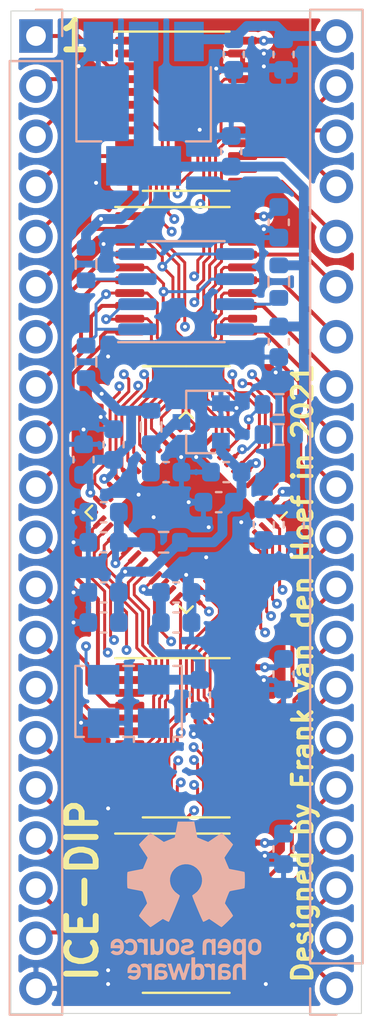
<source format=kicad_pcb>
(kicad_pcb (version 20171130) (host pcbnew "(5.1.10-1-10_14)")
  (layers (0 F.Cu signal) (1 In1.Cu signal) (2 In2.Cu signal) (31 B.Cu signal) (34 B.Paste user) (35 F.Paste user) (36 B.SilkS user) (37 F.SilkS user) (38 B.Mask user) (39 F.Mask user hide) (44 Edge.Cuts user))
  (net 0 "")
  (net 1 GND)
  (net 2 +1V2)
  (net 3 +3V3)
  (net 4 "Net-(C10-Pad1)")
  (net 5 "Net-(C21-Pad1)")
  (net 6 +5V)
  (net 7 FPGA_RESET#)
  (net 8 SPI_SSEL#)
  (net 9 "Net-(R3-Pad2)")
  (net 10 "Net-(R4-Pad2)")
  (net 11 FPGA_CDONE)
  (net 12 IO48)
  (net 13 IO47)
  (net 14 IO46)
  (net 15 IO45)
  (net 16 IO44_G6)
  (net 17 IO43)
  (net 18 IO42)
  (net 19 IO39_OD)
  (net 20 IO38)
  (net 21 IO36)
  (net 22 IO34)
  (net 23 IO32)
  (net 24 IO31)
  (net 25 IO28)
  (net 26 IO27)
  (net 27 IO26)
  (net 28 IO25)
  (net 29 IO23)
  (net 30 IO21)
  (net 31 IO20_G3)
  (net 32 IO19)
  (net 33 IO18)
  (net 34 SPI_MISO)
  (net 35 SPI_SCK)
  (net 36 SPI_MOSI)
  (net 37 IO13)
  (net 38 IO12)
  (net 39 IO11)
  (net 40 IO10)
  (net 41 IO9)
  (net 42 IO6)
  (net 43 IO4)
  (net 44 IO3)
  (net 45 IO2)
  (net 46 P19)
  (net 47 P18)
  (net 48 P17)
  (net 49 P16)
  (net 50 P15)
  (net 51 P14)
  (net 52 P13)
  (net 53 P12)
  (net 54 P11)
  (net 55 P10)
  (net 56 P9)
  (net 57 P8)
  (net 58 P7)
  (net 59 P6)
  (net 60 P5)
  (net 61 P4)
  (net 62 P3)
  (net 63 P2)
  (net 64 P1)
  (net 65 P39)
  (net 66 P38)
  (net 67 P37)
  (net 68 P36)
  (net 69 P35)
  (net 70 P34)
  (net 71 P33)
  (net 72 P32)
  (net 73 P31)
  (net 74 P30)
  (net 75 P29)
  (net 76 P28)
  (net 77 P27)
  (net 78 P26)
  (net 79 P25)
  (net 80 P24)
  (net 81 P23)
  (net 82 P22)
  (net 83 P21)
  (net 84 IO41_OD)
  (net 85 IO40_OD)
  (net 86 SYSCLK)
  (module Symbol:OSHW-Logo_7.5x8mm_SilkScreen (layer B.Cu) (at 124.46 117.475 180)
    (fp_text reference LOGO1 hide)
    (fp_text value Logo_Open_Hardware_Small hide)
  )
  (module Capacitor_SMD:C_0603_1608Metric (layer B.Cu) (at 125.1585 107.061 270)
    (fp_text reference C7 hide)
    (fp_text value 100nF)
    (pad 2 smd roundrect (at 0.775 0 270) (size 0.9 0.95) (layers B.Cu B.Paste B.Mask) (net 1 GND))
    (pad 1 smd roundrect (at -0.775 0 270) (size 0.9 0.95) (layers B.Cu B.Paste B.Mask) (net 3 +3V3))
  )
  (module Oscillator:Oscillator_SMD_SeikoEpson_SG8002LB-4Pin_5.0x3.2mm (layer B.Cu) (at 121.539 107.3785 180)
    (fp_text reference X1 hide)
    (fp_text value SG-5032CAN)
    (pad 4 smd rect (at -1.27 1.1 180) (size 1.6 1.5) (layers B.Cu B.Paste B.Mask) (net 3 +3V3))
    (pad 3 smd rect (at 1.27 1.1 180) (size 1.6 1.5) (layers B.Cu B.Paste B.Mask) (net 86 SYSCLK))
    (pad 2 smd rect (at 1.27 -1.1 180) (size 1.6 1.5) (layers B.Cu B.Paste B.Mask) (net 1 GND))
    (pad 1 smd rect (at -1.27 -1.1 180) (size 1.6 1.5) (layers B.Cu B.Paste B.Mask))
  )
  (module Capacitor_SMD:C_0603_1608Metric (layer B.Cu) (at 129.4 114.85 270)
    (fp_text reference C17 hide)
    (fp_text value 100nF)
    (pad 2 smd roundrect (at 0.775 0 270) (size 0.9 0.95) (layers B.Cu B.Paste B.Mask) (net 1 GND))
    (pad 1 smd roundrect (at -0.775 0 270) (size 0.9 0.95) (layers B.Cu B.Paste B.Mask) (net 6 +5V))
  )
  (module Capacitor_SMD:C_0603_1608Metric (layer B.Cu) (at 129.4 106 270)
    (fp_text reference C16 hide)
    (fp_text value 100nF)
    (pad 2 smd roundrect (at 0.775 0 270) (size 0.9 0.95) (layers B.Cu B.Paste B.Mask) (net 1 GND))
    (pad 1 smd roundrect (at -0.775 0 270) (size 0.9 0.95) (layers B.Cu B.Paste B.Mask) (net 6 +5V))
  )
  (module Capacitor_SMD:C_0603_1608Metric (layer B.Cu) (at 129.159 83.1 270)
    (fp_text reference C15 hide)
    (fp_text value 100nF)
    (pad 2 smd roundrect (at 0.775 0 270) (size 0.9 0.95) (layers B.Cu B.Paste B.Mask) (net 1 GND))
    (pad 1 smd roundrect (at -0.775 0 270) (size 0.9 0.95) (layers B.Cu B.Paste B.Mask) (net 6 +5V))
  )
  (module Capacitor_SMD:C_0603_1608Metric (layer B.Cu) (at 129.4 74.6 270)
    (fp_text reference C14 hide)
    (fp_text value 100nF)
    (pad 2 smd roundrect (at 0.775 0 270) (size 0.9 0.95) (layers B.Cu B.Paste B.Mask) (net 1 GND))
    (pad 1 smd roundrect (at -0.775 0 270) (size 0.9 0.95) (layers B.Cu B.Paste B.Mask) (net 6 +5V))
  )
  (module Package_SO:TSSOP-24_4.4x7.8mm_P0.65mm (layer F.Cu) (at 124.46 118.11)
    (fp_text reference U8 hide)
    (fp_text value SN74CBTD3861PWR)
    (pad 24 smd roundrect (at 2.8625 -3.575) (size 1.475 0.4) (layers F.Cu F.Paste F.Mask) (net 6 +5V))
    (pad 23 smd roundrect (at 2.8625 -2.925) (size 1.475 0.4) (layers F.Cu F.Paste F.Mask) (net 1 GND))
    (pad 22 smd roundrect (at 2.8625 -2.275) (size 1.475 0.4) (layers F.Cu F.Paste F.Mask) (net 19 IO39_OD))
    (pad 21 smd roundrect (at 2.8625 -1.625) (size 1.475 0.4) (layers F.Cu F.Paste F.Mask) (net 79 P25))
    (pad 20 smd roundrect (at 2.8625 -0.975) (size 1.475 0.4) (layers F.Cu F.Paste F.Mask) (net 15 IO45))
    (pad 19 smd roundrect (at 2.8625 -0.325) (size 1.475 0.4) (layers F.Cu F.Paste F.Mask) (net 80 P24))
    (pad 18 smd roundrect (at 2.8625 0.325) (size 1.475 0.4) (layers F.Cu F.Paste F.Mask) (net 14 IO46))
    (pad 17 smd roundrect (at 2.8625 0.975) (size 1.475 0.4) (layers F.Cu F.Paste F.Mask) (net 81 P23))
    (pad 16 smd roundrect (at 2.8625 1.625) (size 1.475 0.4) (layers F.Cu F.Paste F.Mask) (net 13 IO47))
    (pad 15 smd roundrect (at 2.8625 2.275) (size 1.475 0.4) (layers F.Cu F.Paste F.Mask) (net 82 P22))
    (pad 14 smd roundrect (at 2.8625 2.925) (size 1.475 0.4) (layers F.Cu F.Paste F.Mask) (net 83 P21))
    (pad 13 smd roundrect (at 2.8625 3.575) (size 1.475 0.4) (layers F.Cu F.Paste F.Mask) (net 1 GND))
    (pad 12 smd roundrect (at -2.8625 3.575) (size 1.475 0.4) (layers F.Cu F.Paste F.Mask) (net 1 GND))
    (pad 11 smd roundrect (at -2.8625 2.925) (size 1.475 0.4) (layers F.Cu F.Paste F.Mask) (net 1 GND))
    (pad 10 smd roundrect (at -2.8625 2.275) (size 1.475 0.4) (layers F.Cu F.Paste F.Mask) (net 12 IO48))
    (pad 9 smd roundrect (at -2.8625 1.625) (size 1.475 0.4) (layers F.Cu F.Paste F.Mask) (net 28 IO25))
    (pad 8 smd roundrect (at -2.8625 0.975) (size 1.475 0.4) (layers F.Cu F.Paste F.Mask) (net 46 P19))
    (pad 7 smd roundrect (at -2.8625 0.325) (size 1.475 0.4) (layers F.Cu F.Paste F.Mask) (net 27 IO26))
    (pad 6 smd roundrect (at -2.8625 -0.325) (size 1.475 0.4) (layers F.Cu F.Paste F.Mask) (net 47 P18))
    (pad 5 smd roundrect (at -2.8625 -0.975) (size 1.475 0.4) (layers F.Cu F.Paste F.Mask) (net 26 IO27))
    (pad 4 smd roundrect (at -2.8625 -1.625) (size 1.475 0.4) (layers F.Cu F.Paste F.Mask) (net 48 P17))
    (pad 3 smd roundrect (at -2.8625 -2.275) (size 1.475 0.4) (layers F.Cu F.Paste F.Mask) (net 20 IO38))
    (pad 2 smd roundrect (at -2.8625 -2.925) (size 1.475 0.4) (layers F.Cu F.Paste F.Mask) (net 49 P16))
    (pad 1 smd roundrect (at -2.8625 -3.575) (size 1.475 0.4) (layers F.Cu F.Paste F.Mask))
  )
  (module Package_SO:TSSOP-24_4.4x7.8mm_P0.65mm (layer F.Cu) (at 124.46 86.36)
    (fp_text reference U6 hide)
    (fp_text value SN74CBTD3861PWR)
    (pad 24 smd roundrect (at 2.8625 -3.575) (size 1.475 0.4) (layers F.Cu F.Paste F.Mask) (net 6 +5V))
    (pad 23 smd roundrect (at 2.8625 -2.925) (size 1.475 0.4) (layers F.Cu F.Paste F.Mask) (net 1 GND))
    (pad 22 smd roundrect (at 2.8625 -2.275) (size 1.475 0.4) (layers F.Cu F.Paste F.Mask) (net 39 IO11))
    (pad 21 smd roundrect (at 2.8625 -1.625) (size 1.475 0.4) (layers F.Cu F.Paste F.Mask) (net 69 P35))
    (pad 20 smd roundrect (at 2.8625 -0.975) (size 1.475 0.4) (layers F.Cu F.Paste F.Mask) (net 40 IO10))
    (pad 19 smd roundrect (at 2.8625 -0.325) (size 1.475 0.4) (layers F.Cu F.Paste F.Mask) (net 70 P34))
    (pad 18 smd roundrect (at 2.8625 0.325) (size 1.475 0.4) (layers F.Cu F.Paste F.Mask) (net 41 IO9))
    (pad 17 smd roundrect (at 2.8625 0.975) (size 1.475 0.4) (layers F.Cu F.Paste F.Mask) (net 71 P33))
    (pad 16 smd roundrect (at 2.8625 1.625) (size 1.475 0.4) (layers F.Cu F.Paste F.Mask) (net 7 FPGA_RESET#))
    (pad 15 smd roundrect (at 2.8625 2.275) (size 1.475 0.4) (layers F.Cu F.Paste F.Mask) (net 72 P32))
    (pad 14 smd roundrect (at 2.8625 2.925) (size 1.475 0.4) (layers F.Cu F.Paste F.Mask) (net 42 IO6))
    (pad 13 smd roundrect (at 2.8625 3.575) (size 1.475 0.4) (layers F.Cu F.Paste F.Mask) (net 73 P31))
    (pad 12 smd roundrect (at -2.8625 3.575) (size 1.475 0.4) (layers F.Cu F.Paste F.Mask) (net 1 GND))
    (pad 11 smd roundrect (at -2.8625 2.925) (size 1.475 0.4) (layers F.Cu F.Paste F.Mask) (net 33 IO18))
    (pad 10 smd roundrect (at -2.8625 2.275) (size 1.475 0.4) (layers F.Cu F.Paste F.Mask) (net 55 P10))
    (pad 9 smd roundrect (at -2.8625 1.625) (size 1.475 0.4) (layers F.Cu F.Paste F.Mask) (net 34 SPI_MISO))
    (pad 8 smd roundrect (at -2.8625 0.975) (size 1.475 0.4) (layers F.Cu F.Paste F.Mask) (net 56 P9))
    (pad 7 smd roundrect (at -2.8625 0.325) (size 1.475 0.4) (layers F.Cu F.Paste F.Mask) (net 8 SPI_SSEL#))
    (pad 6 smd roundrect (at -2.8625 -0.325) (size 1.475 0.4) (layers F.Cu F.Paste F.Mask) (net 57 P8))
    (pad 5 smd roundrect (at -2.8625 -0.975) (size 1.475 0.4) (layers F.Cu F.Paste F.Mask) (net 35 SPI_SCK))
    (pad 4 smd roundrect (at -2.8625 -1.625) (size 1.475 0.4) (layers F.Cu F.Paste F.Mask) (net 58 P7))
    (pad 3 smd roundrect (at -2.8625 -2.275) (size 1.475 0.4) (layers F.Cu F.Paste F.Mask) (net 36 SPI_MOSI))
    (pad 2 smd roundrect (at -2.8625 -2.925) (size 1.475 0.4) (layers F.Cu F.Paste F.Mask) (net 59 P6))
    (pad 1 smd roundrect (at -2.8625 -3.575) (size 1.475 0.4) (layers F.Cu F.Paste F.Mask))
  )
  (module Package_SO:TSSOP-24_4.4x7.8mm_P0.65mm (layer F.Cu) (at 124.46 109.22)
    (fp_text reference U7 hide)
    (fp_text value SN74CBTD3861PWR)
    (pad 24 smd roundrect (at 2.8625 -3.575) (size 1.475 0.4) (layers F.Cu F.Paste F.Mask) (net 6 +5V))
    (pad 23 smd roundrect (at 2.8625 -2.925) (size 1.475 0.4) (layers F.Cu F.Paste F.Mask) (net 1 GND))
    (pad 22 smd roundrect (at 2.8625 -2.275) (size 1.475 0.4) (layers F.Cu F.Paste F.Mask) (net 16 IO44_G6))
    (pad 21 smd roundrect (at 2.8625 -1.625) (size 1.475 0.4) (layers F.Cu F.Paste F.Mask) (net 74 P30))
    (pad 20 smd roundrect (at 2.8625 -0.975) (size 1.475 0.4) (layers F.Cu F.Paste F.Mask) (net 17 IO43))
    (pad 19 smd roundrect (at 2.8625 -0.325) (size 1.475 0.4) (layers F.Cu F.Paste F.Mask) (net 75 P29))
    (pad 18 smd roundrect (at 2.8625 0.325) (size 1.475 0.4) (layers F.Cu F.Paste F.Mask) (net 18 IO42))
    (pad 17 smd roundrect (at 2.8625 0.975) (size 1.475 0.4) (layers F.Cu F.Paste F.Mask) (net 76 P28))
    (pad 16 smd roundrect (at 2.8625 1.625) (size 1.475 0.4) (layers F.Cu F.Paste F.Mask) (net 84 IO41_OD))
    (pad 15 smd roundrect (at 2.8625 2.275) (size 1.475 0.4) (layers F.Cu F.Paste F.Mask) (net 77 P27))
    (pad 14 smd roundrect (at 2.8625 2.925) (size 1.475 0.4) (layers F.Cu F.Paste F.Mask) (net 85 IO40_OD))
    (pad 13 smd roundrect (at 2.8625 3.575) (size 1.475 0.4) (layers F.Cu F.Paste F.Mask) (net 78 P26))
    (pad 12 smd roundrect (at -2.8625 3.575) (size 1.475 0.4) (layers F.Cu F.Paste F.Mask) (net 1 GND))
    (pad 11 smd roundrect (at -2.8625 2.925) (size 1.475 0.4) (layers F.Cu F.Paste F.Mask) (net 21 IO36))
    (pad 10 smd roundrect (at -2.8625 2.275) (size 1.475 0.4) (layers F.Cu F.Paste F.Mask) (net 50 P15))
    (pad 9 smd roundrect (at -2.8625 1.625) (size 1.475 0.4) (layers F.Cu F.Paste F.Mask) (net 22 IO34))
    (pad 8 smd roundrect (at -2.8625 0.975) (size 1.475 0.4) (layers F.Cu F.Paste F.Mask) (net 51 P14))
    (pad 7 smd roundrect (at -2.8625 0.325) (size 1.475 0.4) (layers F.Cu F.Paste F.Mask) (net 23 IO32))
    (pad 6 smd roundrect (at -2.8625 -0.325) (size 1.475 0.4) (layers F.Cu F.Paste F.Mask) (net 52 P13))
    (pad 5 smd roundrect (at -2.8625 -0.975) (size 1.475 0.4) (layers F.Cu F.Paste F.Mask) (net 24 IO31))
    (pad 4 smd roundrect (at -2.8625 -1.625) (size 1.475 0.4) (layers F.Cu F.Paste F.Mask) (net 53 P12))
    (pad 3 smd roundrect (at -2.8625 -2.275) (size 1.475 0.4) (layers F.Cu F.Paste F.Mask) (net 25 IO28))
    (pad 2 smd roundrect (at -2.8625 -2.925) (size 1.475 0.4) (layers F.Cu F.Paste F.Mask) (net 54 P11))
    (pad 1 smd roundrect (at -2.8625 -3.575) (size 1.475 0.4) (layers F.Cu F.Paste F.Mask))
  )
  (module Package_SO:TSSOP-24_4.4x7.8mm_P0.65mm (layer F.Cu) (at 124.46 77.47)
    (fp_text reference U5 hide)
    (fp_text value SN74CBTD3861PWR)
    (pad 24 smd roundrect (at 2.8625 -3.575) (size 1.475 0.4) (layers F.Cu F.Paste F.Mask) (net 6 +5V))
    (pad 23 smd roundrect (at 2.8625 -2.925) (size 1.475 0.4) (layers F.Cu F.Paste F.Mask) (net 1 GND))
    (pad 22 smd roundrect (at 2.8625 -2.275) (size 1.475 0.4) (layers F.Cu F.Paste F.Mask) (net 1 GND))
    (pad 21 smd roundrect (at 2.8625 -1.625) (size 1.475 0.4) (layers F.Cu F.Paste F.Mask) (net 29 IO23))
    (pad 20 smd roundrect (at 2.8625 -0.975) (size 1.475 0.4) (layers F.Cu F.Paste F.Mask) (net 45 IO2))
    (pad 19 smd roundrect (at 2.8625 -0.325) (size 1.475 0.4) (layers F.Cu F.Paste F.Mask) (net 65 P39))
    (pad 18 smd roundrect (at 2.8625 0.325) (size 1.475 0.4) (layers F.Cu F.Paste F.Mask) (net 44 IO3))
    (pad 17 smd roundrect (at 2.8625 0.975) (size 1.475 0.4) (layers F.Cu F.Paste F.Mask) (net 66 P38))
    (pad 16 smd roundrect (at 2.8625 1.625) (size 1.475 0.4) (layers F.Cu F.Paste F.Mask) (net 43 IO4))
    (pad 15 smd roundrect (at 2.8625 2.275) (size 1.475 0.4) (layers F.Cu F.Paste F.Mask) (net 67 P37))
    (pad 14 smd roundrect (at 2.8625 2.925) (size 1.475 0.4) (layers F.Cu F.Paste F.Mask) (net 38 IO12))
    (pad 13 smd roundrect (at 2.8625 3.575) (size 1.475 0.4) (layers F.Cu F.Paste F.Mask) (net 68 P36))
    (pad 12 smd roundrect (at -2.8625 3.575) (size 1.475 0.4) (layers F.Cu F.Paste F.Mask) (net 1 GND))
    (pad 11 smd roundrect (at -2.8625 2.925) (size 1.475 0.4) (layers F.Cu F.Paste F.Mask) (net 37 IO13))
    (pad 10 smd roundrect (at -2.8625 2.275) (size 1.475 0.4) (layers F.Cu F.Paste F.Mask) (net 60 P5))
    (pad 9 smd roundrect (at -2.8625 1.625) (size 1.475 0.4) (layers F.Cu F.Paste F.Mask) (net 32 IO19))
    (pad 8 smd roundrect (at -2.8625 0.975) (size 1.475 0.4) (layers F.Cu F.Paste F.Mask) (net 61 P4))
    (pad 7 smd roundrect (at -2.8625 0.325) (size 1.475 0.4) (layers F.Cu F.Paste F.Mask) (net 31 IO20_G3))
    (pad 6 smd roundrect (at -2.8625 -0.325) (size 1.475 0.4) (layers F.Cu F.Paste F.Mask) (net 62 P3))
    (pad 5 smd roundrect (at -2.8625 -0.975) (size 1.475 0.4) (layers F.Cu F.Paste F.Mask) (net 30 IO21))
    (pad 4 smd roundrect (at -2.8625 -1.625) (size 1.475 0.4) (layers F.Cu F.Paste F.Mask) (net 63 P2))
    (pad 3 smd roundrect (at -2.8625 -2.275) (size 1.475 0.4) (layers F.Cu F.Paste F.Mask) (net 64 P1))
    (pad 2 smd roundrect (at -2.8625 -2.925) (size 1.475 0.4) (layers F.Cu F.Paste F.Mask))
    (pad 1 smd roundrect (at -2.8625 -3.575) (size 1.475 0.4) (layers F.Cu F.Paste F.Mask))
  )
  (module Package_TO_SOT_SMD:SOT-23 (layer B.Cu) (at 125.222 93.218 180)
    (fp_text reference U4 hide)
    (fp_text value MCP1700T-1202E/TT)
    (pad 3 smd rect (at 1 0 180) (size 0.9 0.8) (layers B.Cu B.Paste B.Mask) (net 5 "Net-(C21-Pad1)"))
    (pad 2 smd rect (at -1 -0.95 180) (size 0.9 0.8) (layers B.Cu B.Paste B.Mask) (net 2 +1V2))
    (pad 1 smd rect (at -1 0.95 180) (size 0.9 0.8) (layers B.Cu B.Paste B.Mask) (net 1 GND))
  )
  (module Package_TO_SOT_SMD:SOT-223-3_TabPin2 (layer B.Cu) (at 122.301 77.089 270)
    (fp_text reference U3 hide)
    (fp_text value LDL1117S33R)
    (pad 1 smd rect (at -3.15 2.3 270) (size 2 1.5) (layers B.Cu B.Paste B.Mask) (net 1 GND))
    (pad 3 smd rect (at -3.15 -2.3 270) (size 2 1.5) (layers B.Cu B.Paste B.Mask) (net 6 +5V))
    (pad 2 smd rect (at -3.15 0 270) (size 2 1.5) (layers B.Cu B.Paste B.Mask) (net 3 +3V3))
    (pad 2 smd rect (at 3.15 0 270) (size 2 3.8) (layers B.Cu B.Paste B.Mask) (net 3 +3V3))
  )
  (module Package_SO:SOIC-8_3.9x4.9mm_P1.27mm (layer B.Cu) (at 124.46 86.614)
    (fp_text reference U2 hide)
    (fp_text value W25Q16JVSNIQ)
    (pad 8 smd roundrect (at 2.475 1.905) (size 1.95 0.6) (layers B.Cu B.Paste B.Mask) (net 3 +3V3))
    (pad 7 smd roundrect (at 2.475 0.635) (size 1.95 0.6) (layers B.Cu B.Paste B.Mask) (net 10 "Net-(R4-Pad2)"))
    (pad 6 smd roundrect (at 2.475 -0.635) (size 1.95 0.6) (layers B.Cu B.Paste B.Mask) (net 35 SPI_SCK))
    (pad 5 smd roundrect (at 2.475 -1.905) (size 1.95 0.6) (layers B.Cu B.Paste B.Mask) (net 36 SPI_MOSI))
    (pad 4 smd roundrect (at -2.475 -1.905) (size 1.95 0.6) (layers B.Cu B.Paste B.Mask) (net 1 GND))
    (pad 3 smd roundrect (at -2.475 -0.635) (size 1.95 0.6) (layers B.Cu B.Paste B.Mask) (net 9 "Net-(R3-Pad2)"))
    (pad 2 smd roundrect (at -2.475 0.635) (size 1.95 0.6) (layers B.Cu B.Paste B.Mask) (net 34 SPI_MISO))
    (pad 1 smd roundrect (at -2.475 1.905) (size 1.95 0.6) (layers B.Cu B.Paste B.Mask) (net 8 SPI_SSEL#))
  )
  (module Package_DFN_QFN:QFN-48-1EP_7x7mm_P0.5mm_EP5.3x5.3mm (layer F.Cu) (at 124.46 97.79 225)
    (fp_text reference U1 hide)
    (fp_text value ICE40UP5K-SG48ITR50)
    (pad 49 smd rect (at 0 0 225) (size 5.3 5.3) (layers F.Cu F.Mask) (net 1 GND))
    (pad 48 smd roundrect (at -2.75 -3.45 225) (size 0.25 0.8) (layers F.Cu F.Paste F.Mask) (net 12 IO48))
    (pad 47 smd roundrect (at -2.25 -3.45 225) (size 0.25 0.8) (layers F.Cu F.Paste F.Mask) (net 13 IO47))
    (pad 46 smd roundrect (at -1.75 -3.45 225) (size 0.25 0.8) (layers F.Cu F.Paste F.Mask) (net 14 IO46))
    (pad 45 smd roundrect (at -1.25 -3.45 225) (size 0.25 0.8) (layers F.Cu F.Paste F.Mask) (net 15 IO45))
    (pad 44 smd roundrect (at -0.75 -3.45 225) (size 0.25 0.8) (layers F.Cu F.Paste F.Mask) (net 16 IO44_G6))
    (pad 43 smd roundrect (at -0.25 -3.45 225) (size 0.25 0.8) (layers F.Cu F.Paste F.Mask) (net 17 IO43))
    (pad 42 smd roundrect (at 0.25 -3.45 225) (size 0.25 0.8) (layers F.Cu F.Paste F.Mask) (net 18 IO42))
    (pad 41 smd roundrect (at 0.75 -3.45 225) (size 0.25 0.8) (layers F.Cu F.Paste F.Mask) (net 84 IO41_OD))
    (pad 40 smd roundrect (at 1.25 -3.45 225) (size 0.25 0.8) (layers F.Cu F.Paste F.Mask) (net 85 IO40_OD))
    (pad 39 smd roundrect (at 1.75 -3.45 225) (size 0.25 0.8) (layers F.Cu F.Paste F.Mask) (net 19 IO39_OD))
    (pad 38 smd roundrect (at 2.25 -3.45 225) (size 0.25 0.8) (layers F.Cu F.Paste F.Mask) (net 20 IO38))
    (pad 37 smd roundrect (at 2.75 -3.45 225) (size 0.25 0.8) (layers F.Cu F.Paste F.Mask) (net 86 SYSCLK))
    (pad 36 smd roundrect (at 3.45 -2.75 225) (size 0.8 0.25) (layers F.Cu F.Paste F.Mask) (net 21 IO36))
    (pad 35 smd roundrect (at 3.45 -2.25 225) (size 0.8 0.25) (layers F.Cu F.Paste F.Mask) (net 86 SYSCLK))
    (pad 34 smd roundrect (at 3.45 -1.75 225) (size 0.8 0.25) (layers F.Cu F.Paste F.Mask) (net 22 IO34))
    (pad 33 smd roundrect (at 3.45 -1.25 225) (size 0.8 0.25) (layers F.Cu F.Paste F.Mask) (net 3 +3V3))
    (pad 32 smd roundrect (at 3.45 -0.75 225) (size 0.8 0.25) (layers F.Cu F.Paste F.Mask) (net 23 IO32))
    (pad 31 smd roundrect (at 3.45 -0.25 225) (size 0.8 0.25) (layers F.Cu F.Paste F.Mask) (net 24 IO31))
    (pad 30 smd roundrect (at 3.45 0.25 225) (size 0.8 0.25) (layers F.Cu F.Paste F.Mask) (net 2 +1V2))
    (pad 29 smd roundrect (at 3.45 0.75 225) (size 0.8 0.25) (layers F.Cu F.Paste F.Mask) (net 4 "Net-(C10-Pad1)"))
    (pad 28 smd roundrect (at 3.45 1.25 225) (size 0.8 0.25) (layers F.Cu F.Paste F.Mask) (net 25 IO28))
    (pad 27 smd roundrect (at 3.45 1.75 225) (size 0.8 0.25) (layers F.Cu F.Paste F.Mask) (net 26 IO27))
    (pad 26 smd roundrect (at 3.45 2.25 225) (size 0.8 0.25) (layers F.Cu F.Paste F.Mask) (net 27 IO26))
    (pad 25 smd roundrect (at 3.45 2.75 225) (size 0.8 0.25) (layers F.Cu F.Paste F.Mask) (net 28 IO25))
    (pad 24 smd roundrect (at 2.75 3.45 225) (size 0.25 0.8) (layers F.Cu F.Paste F.Mask) (net 3 +3V3))
    (pad 23 smd roundrect (at 2.25 3.45 225) (size 0.25 0.8) (layers F.Cu F.Paste F.Mask) (net 29 IO23))
    (pad 22 smd roundrect (at 1.75 3.45 225) (size 0.25 0.8) (layers F.Cu F.Paste F.Mask) (net 3 +3V3))
    (pad 21 smd roundrect (at 1.25 3.45 225) (size 0.25 0.8) (layers F.Cu F.Paste F.Mask) (net 30 IO21))
    (pad 20 smd roundrect (at 0.75 3.45 225) (size 0.25 0.8) (layers F.Cu F.Paste F.Mask) (net 31 IO20_G3))
    (pad 19 smd roundrect (at 0.25 3.45 225) (size 0.25 0.8) (layers F.Cu F.Paste F.Mask) (net 32 IO19))
    (pad 18 smd roundrect (at -0.25 3.45 225) (size 0.25 0.8) (layers F.Cu F.Paste F.Mask) (net 33 IO18))
    (pad 17 smd roundrect (at -0.75 3.45 225) (size 0.25 0.8) (layers F.Cu F.Paste F.Mask) (net 34 SPI_MISO))
    (pad 16 smd roundrect (at -1.25 3.45 225) (size 0.25 0.8) (layers F.Cu F.Paste F.Mask) (net 8 SPI_SSEL#))
    (pad 15 smd roundrect (at -1.75 3.45 225) (size 0.25 0.8) (layers F.Cu F.Paste F.Mask) (net 35 SPI_SCK))
    (pad 14 smd roundrect (at -2.25 3.45 225) (size 0.25 0.8) (layers F.Cu F.Paste F.Mask) (net 36 SPI_MOSI))
    (pad 13 smd roundrect (at -2.75 3.45 225) (size 0.25 0.8) (layers F.Cu F.Paste F.Mask) (net 37 IO13))
    (pad 12 smd roundrect (at -3.45 2.75 225) (size 0.8 0.25) (layers F.Cu F.Paste F.Mask) (net 38 IO12))
    (pad 11 smd roundrect (at -3.45 2.25 225) (size 0.8 0.25) (layers F.Cu F.Paste F.Mask) (net 39 IO11))
    (pad 10 smd roundrect (at -3.45 1.75 225) (size 0.8 0.25) (layers F.Cu F.Paste F.Mask) (net 40 IO10))
    (pad 9 smd roundrect (at -3.45 1.25 225) (size 0.8 0.25) (layers F.Cu F.Paste F.Mask) (net 41 IO9))
    (pad 8 smd roundrect (at -3.45 0.75 225) (size 0.8 0.25) (layers F.Cu F.Paste F.Mask) (net 7 FPGA_RESET#))
    (pad 7 smd roundrect (at -3.45 0.25 225) (size 0.8 0.25) (layers F.Cu F.Paste F.Mask) (net 11 FPGA_CDONE))
    (pad 6 smd roundrect (at -3.45 -0.25 225) (size 0.8 0.25) (layers F.Cu F.Paste F.Mask) (net 42 IO6))
    (pad 5 smd roundrect (at -3.45 -0.75 225) (size 0.8 0.25) (layers F.Cu F.Paste F.Mask) (net 2 +1V2))
    (pad 4 smd roundrect (at -3.45 -1.25 225) (size 0.8 0.25) (layers F.Cu F.Paste F.Mask) (net 43 IO4))
    (pad 3 smd roundrect (at -3.45 -1.75 225) (size 0.8 0.25) (layers F.Cu F.Paste F.Mask) (net 44 IO3))
    (pad 2 smd roundrect (at -3.45 -2.25 225) (size 0.8 0.25) (layers F.Cu F.Paste F.Mask) (net 45 IO2))
    (pad 1 smd roundrect (at -3.45 -2.75 225) (size 0.8 0.25) (layers F.Cu F.Paste F.Mask) (net 3 +3V3))
  )
  (module Resistor_SMD:R_0603_1608Metric (layer B.Cu) (at 122.682 93.472 90)
    (fp_text reference R42 hide)
    (fp_text value 1)
    (pad 2 smd roundrect (at 0.825 0 90) (size 0.8 0.95) (layers B.Cu B.Paste B.Mask) (net 3 +3V3))
    (pad 1 smd roundrect (at -0.825 0 90) (size 0.8 0.95) (layers B.Cu B.Paste B.Mask) (net 5 "Net-(C21-Pad1)"))
  )
  (module Resistor_SMD:R_0603_1608Metric (layer B.Cu) (at 129.159 93.853)
    (fp_text reference R6 hide)
    (fp_text value 10k)
    (pad 2 smd roundrect (at 0.825 0) (size 0.8 0.95) (layers B.Cu B.Paste B.Mask) (net 3 +3V3))
    (pad 1 smd roundrect (at -0.825 0) (size 0.8 0.95) (layers B.Cu B.Paste B.Mask) (net 11 FPGA_CDONE))
  )
  (module Resistor_SMD:R_0603_1608Metric (layer B.Cu) (at 123.317 99.314)
    (fp_text reference R5 hide)
    (fp_text value 100)
    (pad 2 smd roundrect (at 0.825 0) (size 0.8 0.95) (layers B.Cu B.Paste B.Mask) (net 2 +1V2))
    (pad 1 smd roundrect (at -0.825 0) (size 0.8 0.95) (layers B.Cu B.Paste B.Mask) (net 4 "Net-(C10-Pad1)"))
  )
  (module Resistor_SMD:R_0603_1608Metric (layer B.Cu) (at 129.159 86.106 270)
    (fp_text reference R4 hide)
    (fp_text value 10k)
    (pad 2 smd roundrect (at 0.825 0 270) (size 0.8 0.95) (layers B.Cu B.Paste B.Mask) (net 10 "Net-(R4-Pad2)"))
    (pad 1 smd roundrect (at -0.825 0 270) (size 0.8 0.95) (layers B.Cu B.Paste B.Mask) (net 3 +3V3))
  )
  (module Resistor_SMD:R_0603_1608Metric (layer B.Cu) (at 119.38 85.217 270)
    (fp_text reference R3 hide)
    (fp_text value 10k)
    (pad 2 smd roundrect (at 0.825 0 270) (size 0.8 0.95) (layers B.Cu B.Paste B.Mask) (net 9 "Net-(R3-Pad2)"))
    (pad 1 smd roundrect (at -0.825 0 270) (size 0.8 0.95) (layers B.Cu B.Paste B.Mask) (net 3 +3V3))
  )
  (module Resistor_SMD:R_0603_1608Metric (layer B.Cu) (at 119.38 90.17 270)
    (fp_text reference R2 hide)
    (fp_text value 10k)
    (pad 2 smd roundrect (at 0.825 0 270) (size 0.8 0.95) (layers B.Cu B.Paste B.Mask) (net 3 +3V3))
    (pad 1 smd roundrect (at -0.825 0 270) (size 0.8 0.95) (layers B.Cu B.Paste B.Mask) (net 8 SPI_SSEL#))
  )
  (module Resistor_SMD:R_0603_1608Metric (layer B.Cu) (at 129.159 92.329)
    (fp_text reference R1 hide)
    (fp_text value 10k)
    (pad 2 smd roundrect (at 0.825 0) (size 0.8 0.95) (layers B.Cu B.Paste B.Mask) (net 3 +3V3))
    (pad 1 smd roundrect (at -0.825 0) (size 0.8 0.95) (layers B.Cu B.Paste B.Mask) (net 7 FPGA_RESET#))
  )
  (module Connector_PinHeader_2.54mm:PinHeader_1x20_P2.54mm_Vertical (layer B.Cu) (at 132.08 121.92)
    (fp_text reference J2 hide)
    (fp_text value Pin21-40)
    (pad 20 thru_hole oval (at 0 -48.26) (size 1.7 1.7) (drill 1) (layers *.Cu *.Mask) (net 6 +5V))
    (pad 19 thru_hole oval (at 0 -45.72) (size 1.7 1.7) (drill 1) (layers *.Cu *.Mask) (net 65 P39))
    (pad 18 thru_hole oval (at 0 -43.18) (size 1.7 1.7) (drill 1) (layers *.Cu *.Mask) (net 66 P38))
    (pad 17 thru_hole oval (at 0 -40.64) (size 1.7 1.7) (drill 1) (layers *.Cu *.Mask) (net 67 P37))
    (pad 16 thru_hole oval (at 0 -38.1) (size 1.7 1.7) (drill 1) (layers *.Cu *.Mask) (net 68 P36))
    (pad 15 thru_hole oval (at 0 -35.56) (size 1.7 1.7) (drill 1) (layers *.Cu *.Mask) (net 69 P35))
    (pad 14 thru_hole oval (at 0 -33.02) (size 1.7 1.7) (drill 1) (layers *.Cu *.Mask) (net 70 P34))
    (pad 13 thru_hole oval (at 0 -30.48) (size 1.7 1.7) (drill 1) (layers *.Cu *.Mask) (net 71 P33))
    (pad 12 thru_hole oval (at 0 -27.94) (size 1.7 1.7) (drill 1) (layers *.Cu *.Mask) (net 72 P32))
    (pad 11 thru_hole oval (at 0 -25.4) (size 1.7 1.7) (drill 1) (layers *.Cu *.Mask) (net 73 P31))
    (pad 10 thru_hole oval (at 0 -22.86) (size 1.7 1.7) (drill 1) (layers *.Cu *.Mask) (net 74 P30))
    (pad 9 thru_hole oval (at 0 -20.32) (size 1.7 1.7) (drill 1) (layers *.Cu *.Mask) (net 75 P29))
    (pad 8 thru_hole oval (at 0 -17.78) (size 1.7 1.7) (drill 1) (layers *.Cu *.Mask) (net 76 P28))
    (pad 7 thru_hole oval (at 0 -15.24) (size 1.7 1.7) (drill 1) (layers *.Cu *.Mask) (net 77 P27))
    (pad 6 thru_hole oval (at 0 -12.7) (size 1.7 1.7) (drill 1) (layers *.Cu *.Mask) (net 78 P26))
    (pad 5 thru_hole oval (at 0 -10.16) (size 1.7 1.7) (drill 1) (layers *.Cu *.Mask) (net 79 P25))
    (pad 4 thru_hole oval (at 0 -7.62) (size 1.7 1.7) (drill 1) (layers *.Cu *.Mask) (net 80 P24))
    (pad 3 thru_hole oval (at 0 -5.08) (size 1.7 1.7) (drill 1) (layers *.Cu *.Mask) (net 81 P23))
    (pad 2 thru_hole oval (at 0 -2.54) (size 1.7 1.7) (drill 1) (layers *.Cu *.Mask) (net 82 P22))
    (pad 1 thru_hole circle (at 0 0) (size 1.7 1.7) (drill 1) (layers *.Cu *.Mask) (net 83 P21))
  )
  (module Connector_PinHeader_2.54mm:PinHeader_1x20_P2.54mm_Vertical (layer B.Cu) (at 116.84 73.66 180)
    (fp_text reference J1 hide)
    (fp_text value Pin1-20)
    (pad 20 thru_hole oval (at 0 -48.26 180) (size 1.7 1.7) (drill 1) (layers *.Cu *.Mask) (net 1 GND))
    (pad 19 thru_hole oval (at 0 -45.72 180) (size 1.7 1.7) (drill 1) (layers *.Cu *.Mask) (net 46 P19))
    (pad 18 thru_hole oval (at 0 -43.18 180) (size 1.7 1.7) (drill 1) (layers *.Cu *.Mask) (net 47 P18))
    (pad 17 thru_hole oval (at 0 -40.64 180) (size 1.7 1.7) (drill 1) (layers *.Cu *.Mask) (net 48 P17))
    (pad 16 thru_hole oval (at 0 -38.1 180) (size 1.7 1.7) (drill 1) (layers *.Cu *.Mask) (net 49 P16))
    (pad 15 thru_hole oval (at 0 -35.56 180) (size 1.7 1.7) (drill 1) (layers *.Cu *.Mask) (net 50 P15))
    (pad 14 thru_hole oval (at 0 -33.02 180) (size 1.7 1.7) (drill 1) (layers *.Cu *.Mask) (net 51 P14))
    (pad 13 thru_hole oval (at 0 -30.48 180) (size 1.7 1.7) (drill 1) (layers *.Cu *.Mask) (net 52 P13))
    (pad 12 thru_hole oval (at 0 -27.94 180) (size 1.7 1.7) (drill 1) (layers *.Cu *.Mask) (net 53 P12))
    (pad 11 thru_hole oval (at 0 -25.4 180) (size 1.7 1.7) (drill 1) (layers *.Cu *.Mask) (net 54 P11))
    (pad 10 thru_hole oval (at 0 -22.86 180) (size 1.7 1.7) (drill 1) (layers *.Cu *.Mask) (net 55 P10))
    (pad 9 thru_hole oval (at 0 -20.32 180) (size 1.7 1.7) (drill 1) (layers *.Cu *.Mask) (net 56 P9))
    (pad 8 thru_hole oval (at 0 -17.78 180) (size 1.7 1.7) (drill 1) (layers *.Cu *.Mask) (net 57 P8))
    (pad 7 thru_hole oval (at 0 -15.24 180) (size 1.7 1.7) (drill 1) (layers *.Cu *.Mask) (net 58 P7))
    (pad 6 thru_hole oval (at 0 -12.7 180) (size 1.7 1.7) (drill 1) (layers *.Cu *.Mask) (net 59 P6))
    (pad 5 thru_hole oval (at 0 -10.16 180) (size 1.7 1.7) (drill 1) (layers *.Cu *.Mask) (net 60 P5))
    (pad 4 thru_hole oval (at 0 -7.62 180) (size 1.7 1.7) (drill 1) (layers *.Cu *.Mask) (net 61 P4))
    (pad 3 thru_hole oval (at 0 -5.08 180) (size 1.7 1.7) (drill 1) (layers *.Cu *.Mask) (net 62 P3))
    (pad 2 thru_hole oval (at 0 -2.54 180) (size 1.7 1.7) (drill 1) (layers *.Cu *.Mask) (net 63 P2))
    (pad 1 thru_hole rect (at 0 0 180) (size 1.7 1.7) (drill 1) (layers *.Cu *.Mask) (net 64 P1))
  )
  (module Capacitor_SMD:C_0603_1608Metric (layer B.Cu) (at 126.111 97.282 180)
    (fp_text reference C28 hide)
    (fp_text value 4.7uF)
    (pad 2 smd roundrect (at 0.775 0 180) (size 0.9 0.95) (layers B.Cu B.Paste B.Mask) (net 1 GND))
    (pad 1 smd roundrect (at -0.775 0 180) (size 0.9 0.95) (layers B.Cu B.Paste B.Mask) (net 2 +1V2))
  )
  (module Capacitor_SMD:C_0603_1608Metric (layer B.Cu) (at 126.746 79.502 90)
    (fp_text reference C27 hide)
    (fp_text value 4.7uF)
    (pad 2 smd roundrect (at 0.775 0 90) (size 0.9 0.95) (layers B.Cu B.Paste B.Mask) (net 1 GND))
    (pad 1 smd roundrect (at -0.775 0 90) (size 0.9 0.95) (layers B.Cu B.Paste B.Mask) (net 3 +3V3))
  )
  (module Capacitor_SMD:C_0603_1608Metric (layer B.Cu) (at 123.444 95.758)
    (fp_text reference C21 hide)
    (fp_text value 4.7uF)
    (pad 2 smd roundrect (at 0.775 0) (size 0.9 0.95) (layers B.Cu B.Paste B.Mask) (net 1 GND))
    (pad 1 smd roundrect (at -0.775 0) (size 0.9 0.95) (layers B.Cu B.Paste B.Mask) (net 5 "Net-(C21-Pad1)"))
  )
  (module Capacitor_SMD:C_0603_1608Metric (layer B.Cu) (at 126.873 74.6 270)
    (fp_text reference C20 hide)
    (fp_text value 4.7uF)
    (pad 2 smd roundrect (at 0.775 0 270) (size 0.9 0.95) (layers B.Cu B.Paste B.Mask) (net 1 GND))
    (pad 1 smd roundrect (at -0.775 0 270) (size 0.9 0.95) (layers B.Cu B.Paste B.Mask) (net 6 +5V))
  )
  (module Capacitor_SMD:C_0603_1608Metric (layer B.Cu) (at 120.269 99.314 180)
    (fp_text reference C13 hide)
    (fp_text value 100nF)
    (pad 2 smd roundrect (at 0.775 0 180) (size 0.9 0.95) (layers B.Cu B.Paste B.Mask) (net 1 GND))
    (pad 1 smd roundrect (at -0.775 0 180) (size 0.9 0.95) (layers B.Cu B.Paste B.Mask) (net 4 "Net-(C10-Pad1)"))
  )
  (module Capacitor_SMD:C_0603_1608Metric (layer B.Cu) (at 128.397 98.425 270)
    (fp_text reference C12 hide)
    (fp_text value 4.7uF)
    (pad 2 smd roundrect (at 0.775 0 270) (size 0.9 0.95) (layers B.Cu B.Paste B.Mask) (net 1 GND))
    (pad 1 smd roundrect (at -0.775 0 270) (size 0.9 0.95) (layers B.Cu B.Paste B.Mask) (net 3 +3V3))
  )
  (module Capacitor_SMD:C_0603_1608Metric (layer B.Cu) (at 129.159 89.154 270)
    (fp_text reference C11 hide)
    (fp_text value 100nF)
    (pad 2 smd roundrect (at 0.775 0 270) (size 0.9 0.95) (layers B.Cu B.Paste B.Mask) (net 1 GND))
    (pad 1 smd roundrect (at -0.775 0 270) (size 0.9 0.95) (layers B.Cu B.Paste B.Mask) (net 3 +3V3))
  )
  (module Capacitor_SMD:C_0603_1608Metric (layer B.Cu) (at 120.269 97.79 180)
    (fp_text reference C10 hide)
    (fp_text value 4.7uF)
    (pad 2 smd roundrect (at 0.775 0 180) (size 0.9 0.95) (layers B.Cu B.Paste B.Mask) (net 1 GND))
    (pad 1 smd roundrect (at -0.775 0 180) (size 0.9 0.95) (layers B.Cu B.Paste B.Mask) (net 4 "Net-(C10-Pad1)"))
  )
  (module Capacitor_SMD:C_0603_1608Metric (layer B.Cu) (at 123.952 103.378)
    (fp_text reference C9 hide)
    (fp_text value 4.7uF)
    (pad 2 smd roundrect (at 0.775 0) (size 0.9 0.95) (layers B.Cu B.Paste B.Mask) (net 1 GND))
    (pad 1 smd roundrect (at -0.775 0) (size 0.9 0.95) (layers B.Cu B.Paste B.Mask) (net 3 +3V3))
  )
  (module Capacitor_SMD:C_0603_1608Metric (layer B.Cu) (at 129.921 98.425 270)
    (fp_text reference C8 hide)
    (fp_text value 100nF)
    (pad 2 smd roundrect (at 0.775 0 270) (size 0.9 0.95) (layers B.Cu B.Paste B.Mask) (net 1 GND))
    (pad 1 smd roundrect (at -0.775 0 270) (size 0.9 0.95) (layers B.Cu B.Paste B.Mask) (net 3 +3V3))
  )
  (module Capacitor_SMD:C_0603_1608Metric (layer B.Cu) (at 120.777 94.361 90)
    (fp_text reference C6 hide)
    (fp_text value 100nF)
    (pad 2 smd roundrect (at 0.775 0 90) (size 0.9 0.95) (layers B.Cu B.Paste B.Mask) (net 1 GND))
    (pad 1 smd roundrect (at -0.775 0 90) (size 0.9 0.95) (layers B.Cu B.Paste B.Mask) (net 3 +3V3))
  )
  (module Capacitor_SMD:C_0603_1608Metric (layer B.Cu) (at 120.269 103.378 180)
    (fp_text reference C5 hide)
    (fp_text value 4.7uF)
    (pad 2 smd roundrect (at 0.775 0 180) (size 0.9 0.95) (layers B.Cu B.Paste B.Mask) (net 1 GND))
    (pad 1 smd roundrect (at -0.775 0 180) (size 0.9 0.95) (layers B.Cu B.Paste B.Mask) (net 2 +1V2))
  )
  (module Capacitor_SMD:C_0603_1608Metric (layer B.Cu) (at 119.253 95.123 90)
    (fp_text reference C4 hide)
    (fp_text value 100nF)
    (pad 2 smd roundrect (at 0.775 0 90) (size 0.9 0.95) (layers B.Cu B.Paste B.Mask) (net 1 GND))
    (pad 1 smd roundrect (at -0.775 0 90) (size 0.9 0.95) (layers B.Cu B.Paste B.Mask) (net 3 +3V3))
  )
  (module Capacitor_SMD:C_0603_1608Metric (layer B.Cu) (at 120.269 101.854 180)
    (fp_text reference C3 hide)
    (fp_text value 100nF)
    (pad 2 smd roundrect (at 0.775 0 180) (size 0.9 0.95) (layers B.Cu B.Paste B.Mask) (net 1 GND))
    (pad 1 smd roundrect (at -0.775 0 180) (size 0.9 0.95) (layers B.Cu B.Paste B.Mask) (net 2 +1V2))
  )
  (module Capacitor_SMD:C_0603_1608Metric (layer B.Cu) (at 123.952 101.854)
    (fp_text reference C2 hide)
    (fp_text value 100nF)
    (pad 2 smd roundrect (at 0.775 0) (size 0.9 0.95) (layers B.Cu B.Paste B.Mask) (net 1 GND))
    (pad 1 smd roundrect (at -0.775 0) (size 0.9 0.95) (layers B.Cu B.Paste B.Mask) (net 3 +3V3))
  )
  (module Capacitor_SMD:C_0603_1608Metric (layer B.Cu) (at 126.492 95.758 180)
    (fp_text reference C1 hide)
    (fp_text value 100nF)
    (pad 2 smd roundrect (at 0.775 0 180) (size 0.9 0.95) (layers B.Cu B.Paste B.Mask) (net 1 GND))
    (pad 1 smd roundrect (at -0.775 0 180) (size 0.9 0.95) (layers B.Cu B.Paste B.Mask) (net 2 +1V2))
  )
  (gr_text 1 (at 118.8085 73.66) (layer F.SilkS) (effects (font (size 1.5 1.5) (thickness 0.3))))
  (gr_text "Designed by Frank van den Hoef in 2021" (at 130.3655 121.7295 90) (layer F.SilkS) (effects (font (size 1 0.99) (thickness 0.2)) (justify left)))
  (gr_text ICE-DIP (at 119.1895 121.7295 90) (layer F.SilkS) (effects (font (size 1.5 1.5) (thickness 0.3)) (justify left)))
  (gr_line (start 115.57 72.39) (end 115.57 123.19) (layer Edge.Cuts) (width 0.05))
  (gr_line (start 133.35 72.39) (end 115.57 72.39) (layer Edge.Cuts) (width 0.05))
  (gr_line (start 133.35 123.19) (end 133.35 72.39) (layer Edge.Cuts) (width 0.05))
  (gr_line (start 115.57 123.19) (end 133.35 123.19) (layer Edge.Cuts) (width 0.05))
  (via (at 127.254 98.298) (size 0.5) (drill 0.2) (layers F.Cu B.Cu) (net 1))
  (via (at 122.809 98.044) (size 0.5) (drill 0.2) (layers F.Cu B.Cu) (net 1))
  (via (at 125.476 100.076) (size 0.5) (drill 0.2) (layers F.Cu B.Cu) (net 1))
  (via (at 125.603 98.552) (size 0.5) (drill 0.2) (layers F.Cu B.Cu) (net 1))
  (via (at 122.047 96.901) (size 0.5) (drill 0.2) (layers F.Cu B.Cu) (net 1))
  (via (at 124.968 94.996) (size 0.5) (drill 0.2) (layers F.Cu B.Cu) (net 1))
  (via (at 124.46 100.965) (size 0.5) (drill 0.2) (layers F.Cu B.Cu) (net 1))
  (via (at 124.206 94.996) (size 0.5) (drill 0.2) (layers F.Cu B.Cu) (net 1))
  (via (at 120.5 89.9) (size 0.5) (drill 0.2) (layers F.Cu B.Cu) (net 1))
  (segment (start 120.535 89.935) (end 120.5 89.9) (width 0.15) (layer F.Cu) (net 1))
  (segment (start 121.5975 89.935) (end 120.535 89.935) (width 0.15) (layer F.Cu) (net 1))
  (via (at 128.4 74.550003) (size 0.5) (drill 0.2) (layers F.Cu B.Cu) (net 1))
  (via (at 128.4 83.450003) (size 0.5) (drill 0.2) (layers F.Cu B.Cu) (net 1))
  (via (at 128.4 75.2) (size 0.5) (drill 0.2) (layers F.Cu B.Cu) (net 1))
  (via (at 120.5 112.8) (size 0.5) (drill 0.2) (layers F.Cu B.Cu) (net 1))
  (segment (start 120.505 112.795) (end 120.5 112.8) (width 0.15) (layer F.Cu) (net 1))
  (segment (start 121.5975 112.795) (end 120.505 112.795) (width 0.15) (layer F.Cu) (net 1))
  (via (at 128.5 121.7) (size 0.5) (drill 0.2) (layers F.Cu B.Cu) (net 1))
  (segment (start 128.485 121.685) (end 128.5 121.7) (width 0.15) (layer F.Cu) (net 1))
  (segment (start 127.3225 121.685) (end 128.485 121.685) (width 0.15) (layer F.Cu) (net 1))
  (via (at 120.5 121) (size 0.5) (drill 0.2) (layers F.Cu B.Cu) (net 1))
  (segment (start 120.535 121.035) (end 120.5 121) (width 0.15) (layer F.Cu) (net 1))
  (segment (start 121.5975 121.035) (end 120.535 121.035) (width 0.15) (layer F.Cu) (net 1))
  (via (at 120.5 121.7) (size 0.5) (drill 0.2) (layers F.Cu B.Cu) (net 1))
  (segment (start 120.515 121.685) (end 120.5 121.7) (width 0.15) (layer F.Cu) (net 1))
  (segment (start 121.5975 121.685) (end 120.515 121.685) (width 0.15) (layer F.Cu) (net 1))
  (via (at 128.4 106.3) (size 0.5) (drill 0.2) (layers F.Cu B.Cu) (net 1))
  (via (at 128.45 115.2) (size 0.5) (drill 0.2) (layers F.Cu B.Cu) (net 1))
  (segment (start 129.225 75.2) (end 129.4 75.375) (width 0.3) (layer B.Cu) (net 1))
  (segment (start 128.4 75.2) (end 129.225 75.2) (width 0.3) (layer B.Cu) (net 1))
  (segment (start 128.975 115.2) (end 129.4 115.625) (width 0.3) (layer B.Cu) (net 1))
  (segment (start 128.45 115.2) (end 128.975 115.2) (width 0.3) (layer B.Cu) (net 1))
  (segment (start 128.925 106.3) (end 129.4 106.775) (width 0.3) (layer B.Cu) (net 1))
  (segment (start 128.4 106.3) (end 128.925 106.3) (width 0.3) (layer B.Cu) (net 1))
  (via (at 119.888 81.1) (size 0.5) (drill 0.2) (layers F.Cu B.Cu) (net 1))
  (segment (start 121.5975 81.045) (end 119.943 81.045) (width 0.15) (layer F.Cu) (net 1))
  (segment (start 119.943 81.045) (end 119.888 81.1) (width 0.15) (layer F.Cu) (net 1))
  (via (at 118.999 75.184) (size 0.5) (drill 0.2) (layers F.Cu B.Cu) (net 1))
  (segment (start 120.001 74.182) (end 118.999 75.184) (width 0.35) (layer B.Cu) (net 1))
  (segment (start 120.001 73.939) (end 120.001 74.182) (width 0.35) (layer B.Cu) (net 1))
  (via (at 120.269 84.201) (size 0.5) (drill 0.2) (layers F.Cu B.Cu) (net 1))
  (segment (start 120.777 84.709) (end 120.269 84.201) (width 0.2) (layer B.Cu) (net 1))
  (segment (start 121.985 84.709) (end 120.777 84.709) (width 0.2) (layer B.Cu) (net 1))
  (via (at 125.984 75.311) (size 0.5) (drill 0.2) (layers F.Cu B.Cu) (net 1))
  (segment (start 126.048 75.375) (end 125.984 75.311) (width 0.35) (layer B.Cu) (net 1))
  (segment (start 126.873 75.375) (end 126.048 75.375) (width 0.35) (layer B.Cu) (net 1))
  (segment (start 128.395 75.195) (end 128.4 75.2) (width 0.3) (layer F.Cu) (net 1))
  (segment (start 127.3225 75.195) (end 128.395 75.195) (width 0.3) (layer F.Cu) (net 1))
  (segment (start 128.394997 74.545) (end 128.4 74.550003) (width 0.3) (layer F.Cu) (net 1))
  (segment (start 127.3225 74.545) (end 128.394997 74.545) (width 0.3) (layer F.Cu) (net 1))
  (segment (start 128.384997 83.435) (end 128.4 83.450003) (width 0.3) (layer F.Cu) (net 1))
  (segment (start 127.3225 83.435) (end 128.384997 83.435) (width 0.3) (layer F.Cu) (net 1))
  (segment (start 128.395 106.295) (end 128.4 106.3) (width 0.3) (layer F.Cu) (net 1))
  (segment (start 127.3225 106.295) (end 128.395 106.295) (width 0.3) (layer F.Cu) (net 1))
  (segment (start 128.435 115.185) (end 128.45 115.2) (width 0.3) (layer F.Cu) (net 1))
  (segment (start 127.3225 115.185) (end 128.435 115.185) (width 0.3) (layer F.Cu) (net 1))
  (via (at 125.145707 78.409707) (size 0.5) (drill 0.2) (layers F.Cu B.Cu) (net 1))
  (segment (start 125.463 78.727) (end 125.145707 78.409707) (width 0.35) (layer B.Cu) (net 1))
  (segment (start 126.746 78.727) (end 125.463 78.727) (width 0.35) (layer B.Cu) (net 1))
  (via (at 119.253 93.599) (size 0.5) (drill 0.2) (layers F.Cu B.Cu) (net 1))
  (segment (start 119.253 94.348) (end 119.253 93.599) (width 0.35) (layer B.Cu) (net 1))
  (via (at 120.12498 92.964) (size 0.5) (drill 0.2) (layers F.Cu B.Cu) (net 1))
  (segment (start 120.74698 93.586) (end 120.12498 92.964) (width 0.35) (layer B.Cu) (net 1))
  (segment (start 120.777 93.586) (end 120.74698 93.586) (width 0.35) (layer B.Cu) (net 1))
  (segment (start 124.219 95.009) (end 124.206 94.996) (width 0.35) (layer B.Cu) (net 1))
  (segment (start 124.219 95.758) (end 124.219 95.009) (width 0.35) (layer B.Cu) (net 1))
  (segment (start 125.336 97.282) (end 124.587 97.282) (width 0.35) (layer B.Cu) (net 1))
  (via (at 124.587 97.282) (size 0.5) (drill 0.2) (layers F.Cu B.Cu) (net 1))
  (segment (start 128.734003 83.450003) (end 129.159 83.875) (width 0.35) (layer B.Cu) (net 1))
  (segment (start 128.4 83.450003) (end 128.734003 83.450003) (width 0.35) (layer B.Cu) (net 1))
  (via (at 129.001446 90.708554) (size 0.5) (drill 0.2) (layers F.Cu B.Cu) (net 1))
  (segment (start 129.159 90.551) (end 129.001446 90.708554) (width 0.35) (layer B.Cu) (net 1))
  (segment (start 129.159 89.929) (end 129.159 90.551) (width 0.35) (layer B.Cu) (net 1))
  (via (at 127.015178 92.509631) (size 0.5) (drill 0.2) (layers F.Cu B.Cu) (net 1))
  (segment (start 126.463631 92.509631) (end 126.222 92.268) (width 0.35) (layer B.Cu) (net 1))
  (segment (start 127.015178 92.509631) (end 126.463631 92.509631) (width 0.35) (layer B.Cu) (net 1))
  (segment (start 125.717 95.758) (end 125.717 95.872) (width 0.35) (layer B.Cu) (net 1))
  (segment (start 129.921 99.2) (end 128.397 99.2) (width 0.5) (layer B.Cu) (net 1))
  (segment (start 124.727 103.378) (end 124.727 101.854) (width 0.5) (layer B.Cu) (net 1))
  (segment (start 124.46 101.587) (end 124.727 101.854) (width 0.35) (layer B.Cu) (net 1))
  (segment (start 124.46 100.965) (end 124.46 101.587) (width 0.35) (layer B.Cu) (net 1))
  (via (at 118.745 97.79) (size 0.5) (drill 0.2) (layers F.Cu B.Cu) (net 1))
  (segment (start 119.494 97.79) (end 118.745 97.79) (width 0.35) (layer B.Cu) (net 1))
  (via (at 118.745 99.314) (size 0.5) (drill 0.2) (layers F.Cu B.Cu) (net 1))
  (segment (start 119.494 99.314) (end 118.745 99.314) (width 0.35) (layer B.Cu) (net 1))
  (segment (start 125.717 95.745) (end 124.968 94.996) (width 0.35) (layer B.Cu) (net 1))
  (segment (start 125.717 95.758) (end 125.717 95.745) (width 0.35) (layer B.Cu) (net 1))
  (via (at 129.794 99.949) (size 0.5) (drill 0.2) (layers F.Cu B.Cu) (net 1))
  (segment (start 129.794 99.327) (end 129.921 99.2) (width 0.35) (layer B.Cu) (net 1))
  (segment (start 129.794 99.949) (end 129.794 99.327) (width 0.35) (layer B.Cu) (net 1))
  (via (at 118.745 103.378) (size 0.5) (drill 0.2) (layers F.Cu B.Cu) (net 1))
  (segment (start 119.494 103.378) (end 118.745 103.378) (width 0.35) (layer B.Cu) (net 1))
  (via (at 118.745 101.854) (size 0.5) (drill 0.2) (layers F.Cu B.Cu) (net 1))
  (segment (start 119.494 101.854) (end 118.745 101.854) (width 0.35) (layer B.Cu) (net 1))
  (via (at 119.126 108.458) (size 0.5) (drill 0.2) (layers F.Cu B.Cu) (net 1))
  (segment (start 119.1465 108.4785) (end 119.126 108.458) (width 0.35) (layer B.Cu) (net 1))
  (segment (start 120.269 108.4785) (end 119.1465 108.4785) (width 0.35) (layer B.Cu) (net 1))
  (via (at 124.841 109.0295) (size 0.5) (drill 0.2) (layers F.Cu B.Cu) (net 1))
  (segment (start 125.1585 108.712) (end 124.841 109.0295) (width 0.35) (layer B.Cu) (net 1))
  (segment (start 125.1585 107.836) (end 125.1585 108.712) (width 0.35) (layer B.Cu) (net 1))
  (segment (start 127.429848 95.870152) (end 128 95.3) (width 0.15) (layer F.Cu) (net 2))
  (via (at 128 95.3) (size 0.5) (drill 0.2) (layers F.Cu B.Cu) (net 2))
  (segment (start 127.429848 95.880812) (end 127.429848 95.870152) (width 0.15) (layer F.Cu) (net 2))
  (via (at 121.362861 100.802081) (size 0.5) (drill 0.2) (layers F.Cu B.Cu) (net 2))
  (segment (start 121.362861 100.533586) (end 121.362861 100.802081) (width 0.15) (layer F.Cu) (net 2))
  (segment (start 121.843705 100.052742) (end 121.362861 100.533586) (width 0.15) (layer F.Cu) (net 2))
  (segment (start 121.044 103.378) (end 121.044 101.854) (width 0.5) (layer B.Cu) (net 2))
  (segment (start 126.222 94.713) (end 127.267 95.758) (width 0.5) (layer B.Cu) (net 2))
  (segment (start 126.222 94.168) (end 126.222 94.713) (width 0.5) (layer B.Cu) (net 2))
  (segment (start 127.267 96.901) (end 126.886 97.282) (width 0.5) (layer B.Cu) (net 2))
  (segment (start 127.267 95.758) (end 127.267 96.901) (width 0.5) (layer B.Cu) (net 2))
  (segment (start 124.142 99.314) (end 125.857 99.314) (width 0.5) (layer B.Cu) (net 2))
  (segment (start 121.044 101.120942) (end 121.362861 100.802081) (width 0.35) (layer B.Cu) (net 2))
  (segment (start 121.044 101.854) (end 121.044 101.120942) (width 0.35) (layer B.Cu) (net 2))
  (segment (start 127.725 95.3) (end 127.267 95.758) (width 0.35) (layer B.Cu) (net 2))
  (segment (start 128 95.3) (end 127.725 95.3) (width 0.35) (layer B.Cu) (net 2))
  (segment (start 122.653919 100.802081) (end 124.142 99.314) (width 0.5) (layer B.Cu) (net 2))
  (segment (start 121.362861 100.802081) (end 122.653919 100.802081) (width 0.5) (layer B.Cu) (net 2))
  (segment (start 126.886 97.282) (end 126.873 97.282) (width 0.5) (layer B.Cu) (net 2))
  (segment (start 126.3015 97.8535) (end 126.3015 98.8695) (width 0.5) (layer B.Cu) (net 2))
  (segment (start 126.873 97.282) (end 126.3015 97.8535) (width 0.5) (layer B.Cu) (net 2))
  (segment (start 125.857 99.314) (end 126.3015 98.8695) (width 0.5) (layer B.Cu) (net 2))
  (segment (start 120.783045 96.583045) (end 120.3 96.1) (width 0.15) (layer F.Cu) (net 3))
  (via (at 120.3 96.1) (size 0.5) (drill 0.2) (layers F.Cu B.Cu) (net 3))
  (segment (start 120.783045 96.587918) (end 120.783045 96.583045) (width 0.15) (layer F.Cu) (net 3))
  (segment (start 120.075938 97.275938) (end 119.6 96.8) (width 0.15) (layer F.Cu) (net 3))
  (via (at 119.6 96.8) (size 0.5) (drill 0.2) (layers F.Cu B.Cu) (net 3))
  (segment (start 120.075938 97.295025) (end 120.075938 97.275938) (width 0.15) (layer F.Cu) (net 3))
  (via (at 129.351867 96.751866) (size 0.5) (drill 0.2) (layers F.Cu B.Cu) (net 3))
  (segment (start 128.844062 97.259671) (end 129.351867 96.751866) (width 0.15) (layer F.Cu) (net 3))
  (segment (start 128.844062 97.295025) (end 128.844062 97.259671) (width 0.15) (layer F.Cu) (net 3))
  (via (at 122.3 101.7) (size 0.5) (drill 0.2) (layers F.Cu B.Cu) (net 3))
  (segment (start 122.886598 101.113402) (end 122.3 101.7) (width 0.15) (layer F.Cu) (net 3))
  (segment (start 122.904365 101.113402) (end 122.886598 101.113402) (width 0.15) (layer F.Cu) (net 3))
  (segment (start 122.339 80.277) (end 122.301 80.239) (width 0.5) (layer B.Cu) (net 3))
  (segment (start 126.746 80.277) (end 122.339 80.277) (width 0.5) (layer B.Cu) (net 3))
  (segment (start 122.301 73.939) (end 122.301 80.239) (width 1) (layer B.Cu) (net 3))
  (segment (start 123.177 103.378) (end 123.177 101.854) (width 0.5) (layer B.Cu) (net 3))
  (segment (start 122.454 101.854) (end 122.3 101.7) (width 0.35) (layer B.Cu) (net 3))
  (segment (start 123.177 101.854) (end 122.454 101.854) (width 0.35) (layer B.Cu) (net 3))
  (segment (start 129.921 97.65) (end 128.397 97.65) (width 0.5) (layer B.Cu) (net 3))
  (segment (start 129.984 92.329) (end 129.984 93.853) (width 0.5) (layer B.Cu) (net 3))
  (segment (start 129.984 97.587) (end 129.921 97.65) (width 0.5) (layer B.Cu) (net 3))
  (segment (start 129.351867 96.751866) (end 129.942134 96.751866) (width 0.5) (layer B.Cu) (net 3))
  (segment (start 129.984 96.71) (end 129.984 97.587) (width 0.5) (layer B.Cu) (net 3))
  (segment (start 129.942134 96.751866) (end 129.984 96.71) (width 0.5) (layer B.Cu) (net 3))
  (segment (start 129.984 93.853) (end 129.984 96.71) (width 0.5) (layer B.Cu) (net 3))
  (segment (start 119.6 96.245) (end 119.253 95.898) (width 0.35) (layer B.Cu) (net 3))
  (segment (start 119.6 96.8) (end 119.6 96.245) (width 0.35) (layer B.Cu) (net 3))
  (segment (start 128.892 88.519) (end 129.032 88.379) (width 0.35) (layer B.Cu) (net 3))
  (segment (start 126.935 88.519) (end 128.892 88.519) (width 0.35) (layer B.Cu) (net 3))
  (segment (start 121.032 92.647) (end 120.174 91.789) (width 0.5) (layer B.Cu) (net 3))
  (segment (start 126.746 80.277) (end 129.299 80.277) (width 0.5) (layer B.Cu) (net 3))
  (segment (start 129.299 80.277) (end 130.429 81.407) (width 0.5) (layer B.Cu) (net 3))
  (segment (start 130.429 91.884) (end 129.984 92.329) (width 0.5) (layer B.Cu) (net 3))
  (segment (start 130.429 88.519) (end 130.429 91.884) (width 0.5) (layer B.Cu) (net 3))
  (segment (start 130.289 88.379) (end 130.429 88.519) (width 0.5) (layer B.Cu) (net 3))
  (segment (start 129.159 88.379) (end 130.289 88.379) (width 0.5) (layer B.Cu) (net 3))
  (segment (start 130.365 85.281) (end 130.429 85.217) (width 0.5) (layer B.Cu) (net 3))
  (segment (start 129.159 85.281) (end 130.365 85.281) (width 0.5) (layer B.Cu) (net 3))
  (segment (start 130.429 85.217) (end 130.429 88.519) (width 0.5) (layer B.Cu) (net 3))
  (segment (start 130.429 81.407) (end 130.429 85.217) (width 0.5) (layer B.Cu) (net 3))
  (segment (start 122.301 81.788) (end 122.301 80.239) (width 0.5) (layer B.Cu) (net 3))
  (segment (start 121.158 82.931) (end 122.301 81.788) (width 0.5) (layer B.Cu) (net 3))
  (segment (start 120.142 82.931) (end 121.158 82.931) (width 0.5) (layer B.Cu) (net 3))
  (segment (start 119.38 83.693) (end 120.142 82.931) (width 0.5) (layer B.Cu) (net 3))
  (segment (start 119.38 84.392) (end 119.38 83.693) (width 0.5) (layer B.Cu) (net 3))
  (segment (start 120.777 95.136) (end 121.666 94.247) (width 0.5) (layer B.Cu) (net 3))
  (segment (start 121.666 92.71) (end 121.729 92.647) (width 0.5) (layer B.Cu) (net 3))
  (segment (start 121.666 94.247) (end 121.666 92.71) (width 0.5) (layer B.Cu) (net 3))
  (segment (start 121.729 92.647) (end 121.032 92.647) (width 0.5) (layer B.Cu) (net 3))
  (segment (start 122.682 92.647) (end 121.729 92.647) (width 0.5) (layer B.Cu) (net 3))
  (segment (start 119.253 95.898) (end 119.253 95.758) (width 0.5) (layer B.Cu) (net 3))
  (segment (start 119.875 95.136) (end 120.777 95.136) (width 0.5) (layer B.Cu) (net 3))
  (segment (start 119.253 95.758) (end 119.875 95.136) (width 0.5) (layer B.Cu) (net 3))
  (segment (start 120.777 95.136) (end 120.777 95.758) (width 0.35) (layer B.Cu) (net 3))
  (segment (start 120.435 96.1) (end 120.3 96.1) (width 0.35) (layer B.Cu) (net 3))
  (segment (start 120.777 95.758) (end 120.435 96.1) (width 0.35) (layer B.Cu) (net 3))
  (segment (start 122.682 92.647) (end 122.745 92.647) (width 0.5) (layer B.Cu) (net 3))
  (segment (start 120.174 91.789) (end 119.38 90.995) (width 0.5) (layer B.Cu) (net 3))
  (via (at 120.174 91.789) (size 0.5) (drill 0.2) (layers F.Cu B.Cu) (net 3))
  (via (at 120.142 82.931) (size 0.5) (drill 0.2) (layers F.Cu B.Cu) (net 3))
  (segment (start 125.151 106.2785) (end 125.1585 106.286) (width 0.5) (layer B.Cu) (net 3))
  (segment (start 122.809 106.2785) (end 125.151 106.2785) (width 0.5) (layer B.Cu) (net 3))
  (segment (start 123.177 103.378) (end 122.809 103.746) (width 0.5) (layer B.Cu) (net 3))
  (segment (start 122.809 103.746) (end 122.809 104.521) (width 0.5) (layer B.Cu) (net 3))
  (segment (start 122.914542 104.648958) (end 123.252542 104.986958) (width 0.5) (layer B.Cu) (net 3))
  (segment (start 122.914542 104.626542) (end 122.914542 104.648958) (width 0.5) (layer B.Cu) (net 3))
  (segment (start 122.809 104.521) (end 122.914542 104.626542) (width 0.5) (layer B.Cu) (net 3))
  (segment (start 123.252542 104.986958) (end 124.862458 104.986958) (width 0.5) (layer B.Cu) (net 3))
  (segment (start 125.1585 105.283) (end 125.1585 106.286) (width 0.5) (layer B.Cu) (net 3))
  (segment (start 124.862458 104.986958) (end 125.1585 105.283) (width 0.5) (layer B.Cu) (net 3))
  (via (at 120.872152 100.375809) (size 0.5) (drill 0.2) (layers F.Cu B.Cu) (net 4))
  (segment (start 121.490152 99.757809) (end 120.872152 100.375809) (width 0.15) (layer F.Cu) (net 4))
  (segment (start 121.490152 99.699188) (end 121.490152 99.757809) (width 0.15) (layer F.Cu) (net 4))
  (segment (start 121.044 99.314) (end 121.044 97.79) (width 0.5) (layer B.Cu) (net 4))
  (segment (start 122.492 99.314) (end 121.044 99.314) (width 0.5) (layer B.Cu) (net 4))
  (segment (start 120.872152 99.485848) (end 121.044 99.314) (width 0.35) (layer B.Cu) (net 4))
  (segment (start 120.872152 100.375809) (end 120.872152 99.485848) (width 0.35) (layer B.Cu) (net 4))
  (segment (start 122.669 94.31) (end 122.682 94.297) (width 0.5) (layer B.Cu) (net 5))
  (segment (start 122.669 95.758) (end 122.669 94.31) (width 0.5) (layer B.Cu) (net 5))
  (segment (start 123.952 93.218) (end 124.222 93.218) (width 0.5) (layer B.Cu) (net 5))
  (segment (start 122.873 94.297) (end 123.952 93.218) (width 0.5) (layer B.Cu) (net 5))
  (segment (start 122.682 94.297) (end 122.873 94.297) (width 0.5) (layer B.Cu) (net 5))
  (via (at 128.4 82.8) (size 0.5) (drill 0.2) (layers F.Cu B.Cu) (net 6))
  (via (at 128.45 105.65) (size 0.5) (drill 0.2) (layers F.Cu B.Cu) (net 6))
  (via (at 128.45 114.55) (size 0.5) (drill 0.2) (layers F.Cu B.Cu) (net 6))
  (via (at 128.4 73.9) (size 0.5) (drill 0.2) (layers F.Cu B.Cu) (net 6))
  (segment (start 129.325 73.9) (end 129.4 73.825) (width 0.3) (layer B.Cu) (net 6))
  (segment (start 128.4 73.9) (end 129.325 73.9) (width 0.3) (layer B.Cu) (net 6))
  (segment (start 128.925 114.55) (end 129.4 114.075) (width 0.3) (layer B.Cu) (net 6))
  (segment (start 128.45 114.55) (end 128.925 114.55) (width 0.3) (layer B.Cu) (net 6))
  (segment (start 128.975 105.65) (end 129.4 105.225) (width 0.3) (layer B.Cu) (net 6))
  (segment (start 128.45 105.65) (end 128.975 105.65) (width 0.3) (layer B.Cu) (net 6))
  (segment (start 124.715 73.825) (end 124.601 73.939) (width 0.5) (layer B.Cu) (net 6))
  (segment (start 126.873 73.825) (end 124.715 73.825) (width 0.5) (layer B.Cu) (net 6))
  (segment (start 126.873 73.825) (end 126.873 73.787) (width 0.5) (layer B.Cu) (net 6))
  (segment (start 128.395 73.895) (end 128.4 73.9) (width 0.3) (layer F.Cu) (net 6))
  (segment (start 127.3225 73.895) (end 128.395 73.895) (width 0.3) (layer F.Cu) (net 6))
  (segment (start 128.385 82.785) (end 128.4 82.8) (width 0.3) (layer F.Cu) (net 6))
  (segment (start 127.3225 82.785) (end 128.385 82.785) (width 0.3) (layer F.Cu) (net 6))
  (segment (start 128.445 105.645) (end 128.45 105.65) (width 0.3) (layer F.Cu) (net 6))
  (segment (start 127.3225 105.645) (end 128.445 105.645) (width 0.3) (layer F.Cu) (net 6))
  (segment (start 128.435 114.535) (end 128.45 114.55) (width 0.3) (layer F.Cu) (net 6))
  (segment (start 127.3225 114.535) (end 128.435 114.535) (width 0.3) (layer F.Cu) (net 6))
  (segment (start 129.565 73.66) (end 129.4 73.825) (width 0.5) (layer B.Cu) (net 6))
  (segment (start 129.032 73.152) (end 127.546 73.152) (width 0.5) (layer B.Cu) (net 6))
  (segment (start 127.546 73.152) (end 126.873 73.825) (width 0.5) (layer B.Cu) (net 6))
  (segment (start 129.4 73.52) (end 129.032 73.152) (width 0.5) (layer B.Cu) (net 6))
  (segment (start 129.4 73.825) (end 129.4 73.52) (width 0.5) (layer B.Cu) (net 6))
  (segment (start 132.08 73.66) (end 130.556 73.66) (width 0.5) (layer B.Cu) (net 6))
  (segment (start 130.556 73.66) (end 129.565 73.66) (width 0.5) (layer B.Cu) (net 6))
  (segment (start 128.684 82.8) (end 129.159 82.325) (width 0.35) (layer B.Cu) (net 6))
  (segment (start 128.4 82.8) (end 128.684 82.8) (width 0.35) (layer B.Cu) (net 6))
  (segment (start 125.80005 91.927216) (end 126.585988 92.713154) (width 0.15) (layer F.Cu) (net 7))
  (segment (start 126.25 88.15) (end 126.25 89.025722) (width 0.15) (layer F.Cu) (net 7))
  (segment (start 125.80005 89.475672) (end 125.80005 91.927216) (width 0.15) (layer F.Cu) (net 7))
  (segment (start 126.585988 92.713154) (end 126.585988 93.607264) (width 0.15) (layer F.Cu) (net 7))
  (segment (start 126.415 87.985) (end 126.25 88.15) (width 0.15) (layer F.Cu) (net 7))
  (segment (start 126.25 89.025722) (end 125.80005 89.475672) (width 0.15) (layer F.Cu) (net 7))
  (segment (start 127.3225 87.985) (end 126.415 87.985) (width 0.15) (layer F.Cu) (net 7))
  (segment (start 127.04117 94.062446) (end 126.585988 93.607264) (width 0.15) (layer F.Cu) (net 7))
  (segment (start 126.369188 94.820152) (end 127.04117 94.14817) (width 0.15) (layer F.Cu) (net 7))
  (segment (start 127.04117 94.14817) (end 127.04117 94.062446) (width 0.15) (layer F.Cu) (net 7))
  (via (at 127.634992 93.091) (size 0.5) (drill 0.2) (layers F.Cu B.Cu) (net 7))
  (segment (start 127.634992 93.028008) (end 127.634992 93.091) (width 0.15) (layer B.Cu) (net 7))
  (segment (start 128.334 92.329) (end 127.634992 93.028008) (width 0.15) (layer B.Cu) (net 7))
  (segment (start 127.04117 94.14817) (end 127.634992 93.554348) (width 0.15) (layer F.Cu) (net 7))
  (segment (start 127.634992 93.554348) (end 127.634992 93.091) (width 0.15) (layer F.Cu) (net 7))
  (via (at 120.396 86.741) (size 0.5) (drill 0.2) (layers F.Cu B.Cu) (net 8))
  (segment (start 120.452 86.685) (end 120.396 86.741) (width 0.15) (layer F.Cu) (net 8))
  (segment (start 121.5975 86.685) (end 120.452 86.685) (width 0.15) (layer F.Cu) (net 8))
  (segment (start 119.888 88.519) (end 121.985 88.519) (width 0.15) (layer B.Cu) (net 8))
  (segment (start 119.888 88.837) (end 119.38 89.345) (width 0.15) (layer B.Cu) (net 8))
  (segment (start 119.888 88.519) (end 119.888 88.837) (width 0.15) (layer B.Cu) (net 8))
  (segment (start 119.888 87.757) (end 119.888 88.519) (width 0.15) (layer B.Cu) (net 8))
  (segment (start 119.888 87.249) (end 119.888 87.757) (width 0.15) (layer B.Cu) (net 8))
  (segment (start 120.396 86.741) (end 119.888 87.249) (width 0.15) (layer B.Cu) (net 8))
  (segment (start 122.485 86.685) (end 121.5975 86.685) (width 0.15) (layer F.Cu) (net 8))
  (segment (start 122.996166 87.196166) (end 122.485 86.685) (width 0.15) (layer F.Cu) (net 8))
  (segment (start 122.996166 88.947608) (end 122.996166 87.196166) (width 0.15) (layer F.Cu) (net 8))
  (segment (start 123.39997 91.951474) (end 123.39997 89.351414) (width 0.15) (layer F.Cu) (net 8))
  (segment (start 122.40003 92.951414) (end 123.39997 91.951474) (width 0.15) (layer F.Cu) (net 8))
  (segment (start 122.40003 93.962263) (end 122.40003 92.951414) (width 0.15) (layer F.Cu) (net 8))
  (segment (start 123.39997 89.351414) (end 122.996166 88.947608) (width 0.15) (layer F.Cu) (net 8))
  (segment (start 122.904365 94.466598) (end 122.40003 93.962263) (width 0.15) (layer F.Cu) (net 8))
  (segment (start 119.443 85.979) (end 119.38 86.042) (width 0.15) (layer B.Cu) (net 9))
  (segment (start 121.985 85.979) (end 119.443 85.979) (width 0.15) (layer B.Cu) (net 9))
  (segment (start 128.714 87.249) (end 129.032 86.931) (width 0.15) (layer B.Cu) (net 10))
  (segment (start 126.935 87.249) (end 128.714 87.249) (width 0.15) (layer B.Cu) (net 10))
  (via (at 127.3 94.6) (size 0.5) (drill 0.2) (layers F.Cu B.Cu) (net 11))
  (segment (start 126.726295 95.173705) (end 127.3 94.6) (width 0.15) (layer F.Cu) (net 11))
  (segment (start 126.722742 95.173705) (end 126.726295 95.173705) (width 0.15) (layer F.Cu) (net 11))
  (segment (start 127.587 94.6) (end 128.334 93.853) (width 0.15) (layer B.Cu) (net 11))
  (segment (start 127.3 94.6) (end 127.587 94.6) (width 0.15) (layer B.Cu) (net 11))
  (segment (start 128.844062 98.284975) (end 129.2 98.640913) (width 0.15) (layer F.Cu) (net 12))
  (segment (start 121.5975 120.385) (end 122.693 120.385) (width 0.15) (layer F.Cu) (net 12))
  (segment (start 122.693 120.385) (end 124.00904 119.06896) (width 0.15) (layer F.Cu) (net 12))
  (segment (start 124.00904 113.75693) (end 124.86297 112.903) (width 0.15) (layer F.Cu) (net 12))
  (segment (start 124.00904 114.99204) (end 124.00904 113.75693) (width 0.15) (layer F.Cu) (net 12))
  (segment (start 124.00904 119.06896) (end 124.00904 114.99204) (width 0.15) (layer F.Cu) (net 12))
  (via (at 124.86297 112.903) (size 0.5) (drill 0.2) (layers F.Cu B.Cu) (net 12))
  (via (at 129.3495 101.727) (size 0.5) (drill 0.2) (layers F.Cu B.Cu) (net 12))
  (segment (start 129.2 101.5775) (end 129.2 98.765) (width 0.15) (layer F.Cu) (net 12))
  (segment (start 129.3495 101.727) (end 129.2 101.5775) (width 0.15) (layer F.Cu) (net 12))
  (segment (start 129.2 98.640913) (end 129.2 98.765) (width 0.15) (layer F.Cu) (net 12))
  (segment (start 127.3225 119.735) (end 126.466 119.735) (width 0.15) (layer F.Cu) (net 13))
  (segment (start 126.466 119.735) (end 125.33797 118.60697) (width 0.15) (layer F.Cu) (net 13))
  (segment (start 125.33797 118.60697) (end 125.33797 117.761248) (width 0.15) (layer F.Cu) (net 13))
  (segment (start 125.33797 117.761248) (end 125.33797 113.072978) (width 0.15) (layer F.Cu) (net 13))
  (segment (start 125.33797 112.684082) (end 125.037961 112.384073) (width 0.15) (layer F.Cu) (net 13))
  (segment (start 125.33797 113.072978) (end 125.33797 112.684082) (width 0.15) (layer F.Cu) (net 13))
  (via (at 124.86052 111.608384) (size 0.5) (drill 0.2) (layers F.Cu B.Cu) (net 13))
  (segment (start 125.037961 111.785825) (end 124.86052 111.608384) (width 0.15) (layer F.Cu) (net 13))
  (segment (start 125.037961 112.384073) (end 125.037961 111.785825) (width 0.15) (layer F.Cu) (net 13))
  (via (at 129.065 102.4255) (size 0.5) (drill 0.2) (layers F.Cu B.Cu) (net 13))
  (segment (start 128.80002 98.948039) (end 128.490509 98.638528) (width 0.15) (layer F.Cu) (net 13))
  (segment (start 128.80002 98.95502) (end 128.80002 98.948039) (width 0.15) (layer F.Cu) (net 13))
  (segment (start 128.89999 99.05499) (end 128.80002 98.95502) (width 0.15) (layer F.Cu) (net 13))
  (segment (start 128.8415 99.314) (end 128.89999 99.25551) (width 0.15) (layer F.Cu) (net 13))
  (segment (start 129.065 102.4255) (end 128.8415 102.202) (width 0.15) (layer F.Cu) (net 13))
  (segment (start 128.89999 99.25551) (end 128.89999 99.05499) (width 0.15) (layer F.Cu) (net 13))
  (segment (start 128.8415 102.202) (end 128.8415 99.314) (width 0.15) (layer F.Cu) (net 13))
  (segment (start 128.136955 98.992082) (end 128.50001 99.355137) (width 0.15) (layer F.Cu) (net 14))
  (segment (start 125.63798 112.559814) (end 125.33797 112.259804) (width 0.15) (layer F.Cu) (net 14))
  (segment (start 127.3225 118.435) (end 126.436 118.435) (width 0.15) (layer F.Cu) (net 14))
  (segment (start 125.63798 117.63698) (end 125.63798 112.559814) (width 0.15) (layer F.Cu) (net 14))
  (segment (start 126.436 118.435) (end 125.63798 117.63698) (width 0.15) (layer F.Cu) (net 14))
  (segment (start 125.33797 112.00297) (end 125.33797 111.414082) (width 0.15) (layer F.Cu) (net 14))
  (segment (start 125.33797 112.259804) (end 125.33797 112.00297) (width 0.15) (layer F.Cu) (net 14))
  (segment (start 125.33797 111.414082) (end 125.03796 111.114072) (width 0.15) (layer F.Cu) (net 14))
  (via (at 124.855568 110.348432) (size 0.5) (drill 0.2) (layers F.Cu B.Cu) (net 14))
  (segment (start 125.03796 110.530824) (end 124.855568 110.348432) (width 0.15) (layer F.Cu) (net 14))
  (segment (start 125.03796 111.114072) (end 125.03796 110.530824) (width 0.15) (layer F.Cu) (net 14))
  (segment (start 128.501637 99.355137) (end 128.54149 99.39499) (width 0.15) (layer F.Cu) (net 14))
  (segment (start 128.50001 99.355137) (end 128.501637 99.355137) (width 0.15) (layer F.Cu) (net 14))
  (segment (start 128.54149 99.39499) (end 128.54149 102.235) (width 0.15) (layer F.Cu) (net 14))
  (segment (start 128.54149 102.827934) (end 128.76499 103.051434) (width 0.15) (layer F.Cu) (net 14))
  (via (at 128.76499 103.051434) (size 0.5) (drill 0.2) (layers F.Cu B.Cu) (net 14))
  (segment (start 128.54149 102.235) (end 128.54149 102.827934) (width 0.15) (layer F.Cu) (net 14))
  (segment (start 127.783402 99.345635) (end 128.2 99.762233) (width 0.15) (layer F.Cu) (net 15))
  (via (at 128.464586 103.885606) (size 0.5) (drill 0.2) (layers F.Cu B.Cu) (net 15))
  (segment (start 128.464586 103.885606) (end 128.24148 103.6625) (width 0.15) (layer F.Cu) (net 15))
  (segment (start 128.24148 99.803713) (end 128.2 99.762233) (width 0.15) (layer F.Cu) (net 15))
  (segment (start 128.24148 103.6625) (end 128.24148 99.803713) (width 0.15) (layer F.Cu) (net 15))
  (via (at 124.836084 109.696164) (size 0.5) (drill 0.2) (layers F.Cu B.Cu) (net 15))
  (segment (start 125.93799 116.66699) (end 126.406 117.135) (width 0.15) (layer F.Cu) (net 15))
  (segment (start 125.63798 111.289814) (end 125.63798 112.135536) (width 0.15) (layer F.Cu) (net 15))
  (segment (start 126.406 117.135) (end 127.3225 117.135) (width 0.15) (layer F.Cu) (net 15))
  (segment (start 125.33797 110.989804) (end 125.63798 111.289814) (width 0.15) (layer F.Cu) (net 15))
  (segment (start 125.93799 112.435546) (end 125.93799 116.66699) (width 0.15) (layer F.Cu) (net 15))
  (segment (start 125.33797 110.159082) (end 125.33797 110.989804) (width 0.15) (layer F.Cu) (net 15))
  (segment (start 125.63798 112.135536) (end 125.93799 112.435546) (width 0.15) (layer F.Cu) (net 15))
  (segment (start 124.875052 109.696164) (end 124.836084 109.696164) (width 0.15) (layer F.Cu) (net 15))
  (segment (start 125.33797 110.159082) (end 124.875052 109.696164) (width 0.15) (layer F.Cu) (net 15))
  (segment (start 126.2725 106.7725) (end 126.445 106.945) (width 0.15) (layer F.Cu) (net 16))
  (segment (start 126.2725 105.381) (end 126.2725 106.7725) (width 0.15) (layer F.Cu) (net 16))
  (segment (start 127.94147 103.71203) (end 126.2725 105.381) (width 0.15) (layer F.Cu) (net 16))
  (segment (start 127.94147 100.21081) (end 127.94147 103.71203) (width 0.15) (layer F.Cu) (net 16))
  (segment (start 126.445 106.945) (end 127.3225 106.945) (width 0.15) (layer F.Cu) (net 16))
  (segment (start 127.429848 99.699188) (end 127.94147 100.21081) (width 0.15) (layer F.Cu) (net 16))
  (segment (start 126.111 107.035278) (end 126.111 107.905) (width 0.15) (layer F.Cu) (net 17))
  (segment (start 125.97249 106.896768) (end 126.111 107.035278) (width 0.15) (layer F.Cu) (net 17))
  (segment (start 125.97249 105.256732) (end 125.97249 106.896768) (width 0.15) (layer F.Cu) (net 17))
  (segment (start 127.64146 103.587762) (end 125.97249 105.256732) (width 0.15) (layer F.Cu) (net 17))
  (segment (start 126.451 108.245) (end 127.3225 108.245) (width 0.15) (layer F.Cu) (net 17))
  (segment (start 127.64146 100.617907) (end 127.64146 103.587762) (width 0.15) (layer F.Cu) (net 17))
  (segment (start 126.111 107.905) (end 126.451 108.245) (width 0.15) (layer F.Cu) (net 17))
  (segment (start 127.076295 100.052742) (end 127.64146 100.617907) (width 0.15) (layer F.Cu) (net 17))
  (segment (start 127.34145 103.463494) (end 125.67248 105.132464) (width 0.15) (layer F.Cu) (net 18))
  (segment (start 126.238 108.456278) (end 126.238 109.362) (width 0.15) (layer F.Cu) (net 18))
  (segment (start 125.81099 107.159546) (end 125.81099 108.029268) (width 0.15) (layer F.Cu) (net 18))
  (segment (start 125.67248 107.021036) (end 125.81099 107.159546) (width 0.15) (layer F.Cu) (net 18))
  (segment (start 125.81099 108.029268) (end 126.238 108.456278) (width 0.15) (layer F.Cu) (net 18))
  (segment (start 125.67248 105.132464) (end 125.67248 107.021036) (width 0.15) (layer F.Cu) (net 18))
  (segment (start 126.421 109.545) (end 127.3225 109.545) (width 0.15) (layer F.Cu) (net 18))
  (segment (start 126.722742 100.406295) (end 126.722742 100.422742) (width 0.15) (layer F.Cu) (net 18))
  (segment (start 127.34145 101.04145) (end 127.34145 103.463494) (width 0.15) (layer F.Cu) (net 18))
  (segment (start 126.238 109.362) (end 126.421 109.545) (width 0.15) (layer F.Cu) (net 18))
  (segment (start 126.722742 100.422742) (end 127.34145 101.04145) (width 0.15) (layer F.Cu) (net 18))
  (segment (start 126.238 112.311278) (end 126.238 115.697) (width 0.15) (layer F.Cu) (net 19))
  (segment (start 126.238 115.697) (end 126.376 115.835) (width 0.15) (layer F.Cu) (net 19))
  (segment (start 125.63798 110.865536) (end 125.93799 111.165546) (width 0.15) (layer F.Cu) (net 19))
  (segment (start 124.77245 107.39384) (end 124.91096 107.53235) (width 0.15) (layer F.Cu) (net 19))
  (segment (start 125.63798 110.034814) (end 125.63798 110.865536) (width 0.15) (layer F.Cu) (net 19))
  (segment (start 125.662082 101.466955) (end 126.44142 102.246293) (width 0.15) (layer F.Cu) (net 19))
  (segment (start 124.77245 104.75966) (end 124.77245 107.39384) (width 0.15) (layer F.Cu) (net 19))
  (segment (start 124.91096 107.53235) (end 124.91096 108.402072) (width 0.15) (layer F.Cu) (net 19))
  (segment (start 124.91096 108.402072) (end 125.33797 108.829082) (width 0.15) (layer F.Cu) (net 19))
  (segment (start 125.33797 108.829082) (end 125.33797 109.734804) (width 0.15) (layer F.Cu) (net 19))
  (segment (start 125.93799 112.011268) (end 126.238 112.311278) (width 0.15) (layer F.Cu) (net 19))
  (segment (start 126.376 115.835) (end 127.3225 115.835) (width 0.15) (layer F.Cu) (net 19))
  (segment (start 126.44142 102.246293) (end 126.44142 103.09069) (width 0.15) (layer F.Cu) (net 19))
  (segment (start 126.44142 103.09069) (end 124.77245 104.75966) (width 0.15) (layer F.Cu) (net 19))
  (segment (start 125.93799 111.165546) (end 125.93799 112.011268) (width 0.15) (layer F.Cu) (net 19))
  (segment (start 125.33797 109.734804) (end 125.63798 110.034814) (width 0.15) (layer F.Cu) (net 19))
  (segment (start 123.10901 111.884268) (end 122.809 112.184278) (width 0.15) (layer F.Cu) (net 20))
  (segment (start 123.28202 110.019814) (end 123.28202 110.865536) (width 0.15) (layer F.Cu) (net 20))
  (segment (start 125.719076 102.224076) (end 126.14141 102.64641) (width 0.15) (layer F.Cu) (net 20))
  (segment (start 123.70903 108.747082) (end 123.70903 109.592804) (width 0.15) (layer F.Cu) (net 20))
  (segment (start 124.47244 107.983672) (end 123.70903 108.747082) (width 0.15) (layer F.Cu) (net 20))
  (segment (start 126.14141 102.966422) (end 124.47244 104.635392) (width 0.15) (layer F.Cu) (net 20))
  (segment (start 123.10901 111.038546) (end 123.10901 111.884268) (width 0.15) (layer F.Cu) (net 20))
  (segment (start 124.47244 104.635392) (end 124.47244 107.983672) (width 0.15) (layer F.Cu) (net 20))
  (segment (start 126.14141 102.64641) (end 126.14141 102.966422) (width 0.15) (layer F.Cu) (net 20))
  (segment (start 122.565 115.835) (end 121.5975 115.835) (width 0.15) (layer F.Cu) (net 20))
  (segment (start 123.28202 110.865536) (end 123.10901 111.038546) (width 0.15) (layer F.Cu) (net 20))
  (segment (start 123.70903 109.592804) (end 123.28202 110.019814) (width 0.15) (layer F.Cu) (net 20))
  (segment (start 122.809 112.184278) (end 122.809 115.591) (width 0.15) (layer F.Cu) (net 20))
  (segment (start 125.712095 102.224076) (end 125.719076 102.224076) (width 0.15) (layer F.Cu) (net 20))
  (segment (start 122.809 115.591) (end 122.565 115.835) (width 0.15) (layer F.Cu) (net 20))
  (segment (start 125.308528 101.820509) (end 125.712095 102.224076) (width 0.15) (layer F.Cu) (net 20))
  (segment (start 122.424 112.145) (end 122.809 111.76) (width 0.15) (layer F.Cu) (net 21))
  (segment (start 122.809 111.76) (end 122.809 110.914278) (width 0.15) (layer F.Cu) (net 21))
  (segment (start 121.5975 112.145) (end 122.424 112.145) (width 0.15) (layer F.Cu) (net 21))
  (segment (start 122.98201 110.741268) (end 122.98201 109.895546) (width 0.15) (layer F.Cu) (net 21))
  (segment (start 124.173002 102.382039) (end 124.053413 102.26245) (width 0.15) (layer F.Cu) (net 21))
  (segment (start 123.40902 108.622814) (end 124.17243 107.859404) (width 0.15) (layer F.Cu) (net 21))
  (segment (start 124.17243 107.859404) (end 124.17243 104.565531) (width 0.15) (layer F.Cu) (net 21))
  (segment (start 122.809 110.914278) (end 122.98201 110.741268) (width 0.15) (layer F.Cu) (net 21))
  (segment (start 124.053413 102.26245) (end 123.965025 102.174062) (width 0.15) (layer F.Cu) (net 21))
  (segment (start 123.40902 109.468536) (end 123.40902 108.622814) (width 0.15) (layer F.Cu) (net 21))
  (segment (start 124.17243 104.565531) (end 124.173002 104.564959) (width 0.15) (layer F.Cu) (net 21))
  (segment (start 124.173002 104.564959) (end 124.173002 102.382039) (width 0.15) (layer F.Cu) (net 21))
  (segment (start 122.98201 109.895546) (end 123.40902 109.468536) (width 0.15) (layer F.Cu) (net 21))
  (segment (start 123.40902 108.198536) (end 123.40902 107.363814) (width 0.15) (layer F.Cu) (net 22))
  (segment (start 123.51853 104.962696) (end 122.853968 104.298134) (width 0.15) (layer F.Cu) (net 22))
  (segment (start 122.89999 101.82651) (end 122.89999 101.824883) (width 0.15) (layer F.Cu) (net 22))
  (segment (start 122.853968 104.298134) (end 122.853968 101.872532) (width 0.15) (layer F.Cu) (net 22))
  (segment (start 123.51853 107.254304) (end 123.51853 104.962696) (width 0.15) (layer F.Cu) (net 22))
  (segment (start 122.682 109.771278) (end 123.10901 109.344268) (width 0.15) (layer F.Cu) (net 22))
  (segment (start 122.682 110.617) (end 122.682 109.771278) (width 0.15) (layer F.Cu) (net 22))
  (segment (start 122.454 110.845) (end 122.682 110.617) (width 0.15) (layer F.Cu) (net 22))
  (segment (start 123.10901 108.498546) (end 123.40902 108.198536) (width 0.15) (layer F.Cu) (net 22))
  (segment (start 123.10901 109.344268) (end 123.10901 108.498546) (width 0.15) (layer F.Cu) (net 22))
  (segment (start 123.40902 107.363814) (end 123.51853 107.254304) (width 0.15) (layer F.Cu) (net 22))
  (segment (start 122.89999 101.824883) (end 123.257918 101.466955) (width 0.15) (layer F.Cu) (net 22))
  (segment (start 121.5975 110.845) (end 122.454 110.845) (width 0.15) (layer F.Cu) (net 22))
  (segment (start 122.853968 101.872532) (end 122.89999 101.82651) (width 0.15) (layer F.Cu) (net 22))
  (segment (start 123.21852 107.130036) (end 123.21852 105.086964) (width 0.15) (layer F.Cu) (net 23))
  (segment (start 121.824999 101.475001) (end 122.540152 100.759848) (width 0.15) (layer F.Cu) (net 23))
  (segment (start 122.553958 102.702514) (end 121.824999 101.973555) (width 0.15) (layer F.Cu) (net 23))
  (segment (start 122.484 109.545) (end 122.809 109.22) (width 0.15) (layer F.Cu) (net 23))
  (segment (start 122.553958 104.422402) (end 122.553958 102.702514) (width 0.15) (layer F.Cu) (net 23))
  (segment (start 121.5975 109.545) (end 122.484 109.545) (width 0.15) (layer F.Cu) (net 23))
  (segment (start 123.10901 108.074268) (end 123.10901 107.239546) (width 0.15) (layer F.Cu) (net 23))
  (segment (start 123.21852 105.086964) (end 122.553958 104.422402) (width 0.15) (layer F.Cu) (net 23))
  (segment (start 122.540152 100.759848) (end 122.550812 100.759848) (width 0.15) (layer F.Cu) (net 23))
  (segment (start 122.809 108.374278) (end 123.10901 108.074268) (width 0.15) (layer F.Cu) (net 23))
  (segment (start 121.824999 101.973555) (end 121.824999 101.475001) (width 0.15) (layer F.Cu) (net 23))
  (segment (start 122.809 109.22) (end 122.809 108.374278) (width 0.15) (layer F.Cu) (net 23))
  (segment (start 123.10901 107.239546) (end 123.21852 107.130036) (width 0.15) (layer F.Cu) (net 23))
  (segment (start 121.837861 101.037861) (end 121.837861 100.765692) (width 0.15) (layer F.Cu) (net 24))
  (segment (start 122.809 107.115278) (end 122.91851 107.005768) (width 0.15) (layer F.Cu) (net 24))
  (segment (start 122.91851 105.211232) (end 122.253948 104.54667) (width 0.15) (layer F.Cu) (net 24))
  (segment (start 121.52499 101.350732) (end 121.837861 101.037861) (width 0.15) (layer F.Cu) (net 24))
  (segment (start 122.809 107.95) (end 122.809 107.115278) (width 0.15) (layer F.Cu) (net 24))
  (segment (start 121.52499 102.097824) (end 121.52499 101.350732) (width 0.15) (layer F.Cu) (net 24))
  (segment (start 122.514 108.245) (end 122.809 107.95) (width 0.15) (layer F.Cu) (net 24))
  (segment (start 122.91851 107.005768) (end 122.91851 105.211232) (width 0.15) (layer F.Cu) (net 24))
  (segment (start 121.5975 108.245) (end 122.514 108.245) (width 0.15) (layer F.Cu) (net 24))
  (segment (start 122.253948 102.826782) (end 121.52499 102.097824) (width 0.15) (layer F.Cu) (net 24))
  (segment (start 121.837861 100.765692) (end 122.197258 100.406295) (width 0.15) (layer F.Cu) (net 24))
  (segment (start 122.253948 104.54667) (end 122.253948 102.826782) (width 0.15) (layer F.Cu) (net 24))
  (segment (start 121.5975 106.945) (end 122.3535 106.945) (width 0.15) (layer F.Cu) (net 25))
  (segment (start 121.224981 102.222093) (end 121.22498 101.42498) (width 0.15) (layer F.Cu) (net 25))
  (segment (start 122.6185 105.3355) (end 121.953938 104.670938) (width 0.15) (layer F.Cu) (net 25))
  (segment (start 121.5975 106.945) (end 122.4805 106.945) (width 0.15) (layer F.Cu) (net 25))
  (segment (start 121.953938 104.670938) (end 121.953938 102.95105) (width 0.15) (layer F.Cu) (net 25))
  (segment (start 120.397151 100.597151) (end 120.397151 100.085082) (width 0.15) (layer F.Cu) (net 25))
  (segment (start 122.6185 106.807) (end 122.6185 105.3355) (width 0.15) (layer F.Cu) (net 25))
  (segment (start 121.22498 101.42498) (end 120.397151 100.597151) (width 0.15) (layer F.Cu) (net 25))
  (segment (start 122.4805 106.945) (end 122.6185 106.807) (width 0.15) (layer F.Cu) (net 25))
  (segment (start 120.397151 100.085082) (end 121.136598 99.345635) (width 0.15) (layer F.Cu) (net 25))
  (segment (start 121.953938 102.95105) (end 121.224981 102.222093) (width 0.15) (layer F.Cu) (net 25))
  (segment (start 120.783045 98.992082) (end 120.3 99.475127) (width 0.15) (layer F.Cu) (net 26))
  (segment (start 120.3 99.757955) (end 120.097141 99.960814) (width 0.15) (layer F.Cu) (net 26))
  (segment (start 120.3 99.475127) (end 120.3 99.757955) (width 0.15) (layer F.Cu) (net 26))
  (segment (start 120.097141 99.960814) (end 120.097142 100.72142) (width 0.15) (layer F.Cu) (net 26))
  (segment (start 120.924972 101.54925) (end 120.924972 102.346362) (width 0.15) (layer F.Cu) (net 26))
  (segment (start 120.097142 100.72142) (end 120.924972 101.54925) (width 0.15) (layer F.Cu) (net 26))
  (segment (start 123.40902 112.008536) (end 123.40902 111.162814) (width 0.15) (layer F.Cu) (net 26))
  (segment (start 123.10901 116.53999) (end 123.10901 112.308546) (width 0.15) (layer F.Cu) (net 26))
  (segment (start 121.5975 117.135) (end 122.514 117.135) (width 0.15) (layer F.Cu) (net 26))
  (segment (start 122.514 117.135) (end 123.10901 116.53999) (width 0.15) (layer F.Cu) (net 26))
  (segment (start 123.10901 112.308546) (end 123.40902 112.008536) (width 0.15) (layer F.Cu) (net 26))
  (segment (start 123.40902 111.162814) (end 123.58203 110.989804) (width 0.15) (layer F.Cu) (net 26))
  (segment (start 123.58203 110.144082) (end 124.00904 109.717072) (width 0.15) (layer F.Cu) (net 26))
  (segment (start 123.58203 110.62803) (end 123.58203 110.144082) (width 0.15) (layer F.Cu) (net 26))
  (segment (start 123.58203 110.989804) (end 123.58203 110.62803) (width 0.15) (layer F.Cu) (net 26))
  (via (at 124.18403 108.943932) (size 0.5) (drill 0.2) (layers F.Cu B.Cu) (net 26))
  (segment (start 124.00904 109.118922) (end 124.18403 108.943932) (width 0.15) (layer F.Cu) (net 26))
  (segment (start 124.00904 109.717072) (end 124.00904 109.118922) (width 0.15) (layer F.Cu) (net 26))
  (via (at 121.434009 104.775) (size 0.5) (drill 0.2) (layers F.Cu B.Cu) (net 26))
  (segment (start 121.434009 102.855399) (end 120.924972 102.346362) (width 0.15) (layer F.Cu) (net 26))
  (segment (start 121.434009 104.775) (end 121.434009 102.855399) (width 0.15) (layer F.Cu) (net 26))
  (segment (start 120.429491 98.638528) (end 119.99999 99.068029) (width 0.15) (layer F.Cu) (net 27))
  (segment (start 119.99999 99.633687) (end 119.797132 99.836547) (width 0.15) (layer F.Cu) (net 27))
  (segment (start 119.99999 99.068029) (end 119.99999 99.633687) (width 0.15) (layer F.Cu) (net 27))
  (segment (start 119.797132 99.836547) (end 119.797133 100.845689) (width 0.15) (layer F.Cu) (net 27))
  (segment (start 119.797133 100.845689) (end 120.624962 101.673518) (width 0.15) (layer F.Cu) (net 27))
  (segment (start 123.40902 117.50998) (end 123.40902 112.432814) (width 0.15) (layer F.Cu) (net 27))
  (segment (start 123.40902 112.432814) (end 123.70903 112.132804) (width 0.15) (layer F.Cu) (net 27))
  (segment (start 122.484 118.435) (end 123.40902 117.50998) (width 0.15) (layer F.Cu) (net 27))
  (segment (start 121.5975 118.435) (end 122.484 118.435) (width 0.15) (layer F.Cu) (net 27))
  (segment (start 123.70903 111.87597) (end 123.70903 111.287082) (width 0.15) (layer F.Cu) (net 27))
  (segment (start 123.70903 112.132804) (end 123.70903 111.87597) (width 0.15) (layer F.Cu) (net 27))
  (segment (start 123.70903 111.287082) (end 123.88204 111.114072) (width 0.15) (layer F.Cu) (net 27))
  (via (at 124.05703 110.368875) (size 0.5) (drill 0.2) (layers F.Cu B.Cu) (net 27))
  (segment (start 123.88204 110.543865) (end 124.05703 110.368875) (width 0.15) (layer F.Cu) (net 27))
  (segment (start 123.88204 111.114072) (end 123.88204 110.543865) (width 0.15) (layer F.Cu) (net 27))
  (segment (start 120.624964 102.196538) (end 120.624963 102.196537) (width 0.15) (layer F.Cu) (net 27))
  (segment (start 120.624962 101.673518) (end 120.624963 102.196537) (width 0.15) (layer F.Cu) (net 27))
  (via (at 120.799954 104.267) (size 0.5) (drill 0.2) (layers F.Cu B.Cu) (net 27))
  (segment (start 120.799954 104.226454) (end 120.624964 104.051464) (width 0.15) (layer F.Cu) (net 27))
  (segment (start 120.799954 104.267) (end 120.799954 104.226454) (width 0.15) (layer F.Cu) (net 27))
  (segment (start 120.624964 103.530036) (end 120.624964 102.196538) (width 0.15) (layer F.Cu) (net 27))
  (segment (start 120.624964 104.051464) (end 120.624964 103.530036) (width 0.15) (layer F.Cu) (net 27))
  (segment (start 121.5975 119.735) (end 122.581 119.735) (width 0.15) (layer F.Cu) (net 28))
  (segment (start 122.581 119.735) (end 123.70903 118.60697) (width 0.15) (layer F.Cu) (net 28))
  (segment (start 123.70903 118.60697) (end 123.70903 117.634248) (width 0.15) (layer F.Cu) (net 28))
  (segment (start 123.70903 112.557082) (end 124.009039 112.257073) (width 0.15) (layer F.Cu) (net 28))
  (segment (start 123.70903 117.634248) (end 123.70903 113.04103) (width 0.15) (layer F.Cu) (net 28))
  (segment (start 123.70903 113.04103) (end 123.70903 112.557082) (width 0.15) (layer F.Cu) (net 28))
  (segment (start 124.009039 111.658825) (end 124.18648 111.481384) (width 0.15) (layer F.Cu) (net 28))
  (via (at 124.18648 111.481384) (size 0.5) (drill 0.2) (layers F.Cu B.Cu) (net 28))
  (segment (start 124.009039 112.257073) (end 124.009039 111.658825) (width 0.15) (layer F.Cu) (net 28))
  (segment (start 119.497124 99.960818) (end 119.497122 99.71228) (width 0.15) (layer F.Cu) (net 28))
  (segment (start 120.324954 102.481454) (end 120.324954 101.797788) (width 0.15) (layer F.Cu) (net 28))
  (segment (start 119.69998 99.50942) (end 119.69998 98.660933) (width 0.15) (layer F.Cu) (net 28))
  (segment (start 119.69998 98.660933) (end 120.075938 98.284975) (width 0.15) (layer F.Cu) (net 28))
  (segment (start 119.497122 99.71228) (end 119.69998 99.50942) (width 0.15) (layer F.Cu) (net 28))
  (segment (start 119.497124 100.969958) (end 119.497124 99.960818) (width 0.15) (layer F.Cu) (net 28))
  (segment (start 120.324954 101.797788) (end 119.497124 100.969958) (width 0.15) (layer F.Cu) (net 28))
  (via (at 120.484008 104.902) (size 0.5) (drill 0.2) (layers F.Cu B.Cu) (net 28))
  (segment (start 120.324954 104.742946) (end 120.324954 103.497454) (width 0.15) (layer F.Cu) (net 28))
  (segment (start 120.484008 104.902) (end 120.324954 104.742946) (width 0.15) (layer F.Cu) (net 28))
  (segment (start 120.324954 102.481454) (end 120.324954 103.497454) (width 0.15) (layer F.Cu) (net 28))
  (via (at 121.071995 91.408711) (size 0.5) (drill 0.2) (layers F.Cu B.Cu) (net 29))
  (segment (start 120.59998 92.20002) (end 121.071995 91.728005) (width 0.15) (layer F.Cu) (net 29))
  (segment (start 120.59998 95.097018) (end 120.59998 92.20002) (width 0.15) (layer F.Cu) (net 29))
  (segment (start 119.824999 95.871999) (end 120.59998 95.097018) (width 0.15) (layer F.Cu) (net 29))
  (segment (start 121.071995 91.728005) (end 121.071995 91.408711) (width 0.15) (layer F.Cu) (net 29))
  (segment (start 119.824999 96.328001) (end 119.824999 95.871999) (width 0.15) (layer F.Cu) (net 29))
  (segment (start 120.429491 96.932493) (end 119.824999 96.328001) (width 0.15) (layer F.Cu) (net 29))
  (segment (start 120.429491 96.941472) (end 120.429491 96.932493) (width 0.15) (layer F.Cu) (net 29))
  (segment (start 126.405 75.845) (end 126.144 76.106) (width 0.15) (layer F.Cu) (net 29))
  (segment (start 125.62998 77.721464) (end 125.62998 78.597186) (width 0.15) (layer F.Cu) (net 29))
  (segment (start 125.62998 78.597186) (end 125.04996 79.177206) (width 0.15) (layer F.Cu) (net 29))
  (segment (start 125.91499 77.436454) (end 125.62998 77.721464) (width 0.15) (layer F.Cu) (net 29))
  (segment (start 125.91499 76.560732) (end 125.91499 77.436454) (width 0.15) (layer F.Cu) (net 29))
  (segment (start 127.3225 75.845) (end 126.405 75.845) (width 0.15) (layer F.Cu) (net 29))
  (segment (start 126.144 76.331722) (end 125.91499 76.560732) (width 0.15) (layer F.Cu) (net 29))
  (segment (start 126.144 76.106) (end 126.144 76.331722) (width 0.15) (layer F.Cu) (net 29))
  (segment (start 125.04996 80.21896) (end 124.02503 81.24389) (width 0.15) (layer F.Cu) (net 29))
  (via (at 124.02503 81.639002) (size 0.5) (drill 0.2) (layers F.Cu B.Cu) (net 29))
  (segment (start 125.04996 79.177206) (end 125.04996 80.21896) (width 0.15) (layer F.Cu) (net 29))
  (segment (start 124.02503 81.24389) (end 124.02503 81.639002) (width 0.15) (layer F.Cu) (net 29))
  (segment (start 121.549939 91.049939) (end 121.3 90.8) (width 0.15) (layer F.Cu) (net 30))
  (segment (start 120.89999 95.997757) (end 120.89999 92.327176) (width 0.15) (layer F.Cu) (net 30))
  (segment (start 121.549939 91.677227) (end 121.549939 91.049939) (width 0.15) (layer F.Cu) (net 30))
  (segment (start 120.89999 92.327176) (end 121.549939 91.677227) (width 0.15) (layer F.Cu) (net 30))
  (segment (start 121.136598 96.234365) (end 120.89999 95.997757) (width 0.15) (layer F.Cu) (net 30))
  (via (at 121.3 90.8) (size 0.5) (drill 0.2) (layers F.Cu B.Cu) (net 30))
  (via (at 123.856886 82.935866) (size 0.5) (drill 0.2) (layers F.Cu B.Cu) (net 30))
  (segment (start 123.856886 82.935866) (end 123.55003 82.62901) (width 0.15) (layer F.Cu) (net 30))
  (segment (start 122.495 76.495) (end 123.55003 77.55003) (width 0.15) (layer F.Cu) (net 30))
  (segment (start 123.55003 77.55003) (end 123.55003 82.18997) (width 0.15) (layer F.Cu) (net 30))
  (segment (start 123.55003 82.62901) (end 123.55003 82.18997) (width 0.15) (layer F.Cu) (net 30))
  (segment (start 121.5975 76.495) (end 122.495 76.495) (width 0.15) (layer F.Cu) (net 30))
  (segment (start 121.2 95.59066) (end 121.2 92.451444) (width 0.15) (layer F.Cu) (net 31))
  (segment (start 121.851444 91.8) (end 121.854332 91.8) (width 0.15) (layer F.Cu) (net 31))
  (segment (start 122.02494 91.629392) (end 122.02494 91.378427) (width 0.15) (layer F.Cu) (net 31))
  (segment (start 121.2 92.451444) (end 121.851444 91.8) (width 0.15) (layer F.Cu) (net 31))
  (segment (start 121.490152 95.880812) (end 121.2 95.59066) (width 0.15) (layer F.Cu) (net 31))
  (segment (start 121.854332 91.8) (end 122.02494 91.629392) (width 0.15) (layer F.Cu) (net 31))
  (via (at 122.02494 91.378427) (size 0.5) (drill 0.2) (layers F.Cu B.Cu) (net 31))
  (segment (start 122.02494 91.32494) (end 122.02494 91.378427) (width 0.15) (layer B.Cu) (net 31))
  (via (at 123.72501 83.572349) (size 0.5) (drill 0.2) (layers F.Cu B.Cu) (net 31))
  (segment (start 123.25002 83.097359) (end 123.25002 82.61002) (width 0.15) (layer F.Cu) (net 31))
  (segment (start 123.25002 78.54998) (end 123.25002 82.61002) (width 0.15) (layer F.Cu) (net 31))
  (segment (start 121.5975 77.795) (end 122.49504 77.795) (width 0.15) (layer F.Cu) (net 31))
  (segment (start 122.49504 77.795) (end 123.25002 78.54998) (width 0.15) (layer F.Cu) (net 31))
  (segment (start 123.72501 83.572349) (end 123.25002 83.097359) (width 0.15) (layer F.Cu) (net 31))
  (via (at 122.32495 90.8) (size 0.5) (drill 0.2) (layers F.Cu B.Cu) (net 32))
  (segment (start 122.49994 90.97499) (end 122.32495 90.8) (width 0.15) (layer F.Cu) (net 32))
  (segment (start 122.39999 91.675732) (end 122.49994 91.575782) (width 0.15) (layer F.Cu) (net 32))
  (segment (start 121.5 92.57861) (end 122.39999 91.67862) (width 0.15) (layer F.Cu) (net 32))
  (segment (start 122.49994 91.575782) (end 122.49994 90.97499) (width 0.15) (layer F.Cu) (net 32))
  (segment (start 122.39999 91.67862) (end 122.39999 91.675732) (width 0.15) (layer F.Cu) (net 32))
  (segment (start 121.5 95.183553) (end 121.5 92.57861) (width 0.15) (layer F.Cu) (net 32))
  (segment (start 121.843705 95.527258) (end 121.5 95.183553) (width 0.15) (layer F.Cu) (net 32))
  (via (at 124.399971 88.392) (size 0.5) (drill 0.2) (layers F.Cu B.Cu) (net 32))
  (segment (start 122.495 79.095) (end 122.95001 79.55001) (width 0.15) (layer F.Cu) (net 32))
  (segment (start 122.95001 83.701454) (end 124.388052 85.139496) (width 0.15) (layer F.Cu) (net 32))
  (segment (start 124.388052 88.380081) (end 124.399971 88.392) (width 0.15) (layer F.Cu) (net 32))
  (segment (start 122.95001 79.55001) (end 122.95001 83.701454) (width 0.15) (layer F.Cu) (net 32))
  (segment (start 124.388052 86.786978) (end 124.388052 88.380081) (width 0.15) (layer F.Cu) (net 32))
  (segment (start 121.5975 79.095) (end 122.495 79.095) (width 0.15) (layer F.Cu) (net 32))
  (segment (start 124.388052 85.139496) (end 124.388052 86.786978) (width 0.15) (layer F.Cu) (net 32))
  (segment (start 122.79995 91.70005) (end 122.79995 89.59995) (width 0.15) (layer F.Cu) (net 33))
  (segment (start 122.7 91.8) (end 122.79995 91.70005) (width 0.15) (layer F.Cu) (net 33))
  (segment (start 122.485 89.285) (end 121.5975 89.285) (width 0.15) (layer F.Cu) (net 33))
  (segment (start 122.7 91.802888) (end 122.7 91.8) (width 0.15) (layer F.Cu) (net 33))
  (segment (start 121.80001 92.702878) (end 122.7 91.802888) (width 0.15) (layer F.Cu) (net 33))
  (segment (start 122.79995 89.59995) (end 122.485 89.285) (width 0.15) (layer F.Cu) (net 33))
  (segment (start 121.80001 94.776457) (end 121.80001 92.702878) (width 0.15) (layer F.Cu) (net 33))
  (segment (start 122.197258 95.173705) (end 121.80001 94.776457) (width 0.15) (layer F.Cu) (net 33))
  (via (at 120.396 88.011) (size 0.5) (drill 0.2) (layers F.Cu B.Cu) (net 34))
  (segment (start 121.5715 88.011) (end 121.5975 87.985) (width 0.15) (layer F.Cu) (net 34))
  (segment (start 120.396 88.011) (end 121.5715 88.011) (width 0.15) (layer F.Cu) (net 34))
  (segment (start 120.523 88.011) (end 120.396 88.011) (width 0.15) (layer B.Cu) (net 34))
  (segment (start 121.285 87.249) (end 120.523 88.011) (width 0.15) (layer B.Cu) (net 34))
  (segment (start 121.985 87.249) (end 121.285 87.249) (width 0.15) (layer B.Cu) (net 34))
  (segment (start 122.485 87.985) (end 121.5975 87.985) (width 0.15) (layer F.Cu) (net 34))
  (segment (start 122.696156 88.196156) (end 122.485 87.985) (width 0.15) (layer F.Cu) (net 34))
  (segment (start 122.696156 89.071876) (end 122.696156 88.196156) (width 0.15) (layer F.Cu) (net 34))
  (segment (start 122.10002 92.827146) (end 123.09996 91.827206) (width 0.15) (layer F.Cu) (net 34))
  (segment (start 122.10002 94.36936) (end 122.10002 92.827146) (width 0.15) (layer F.Cu) (net 34))
  (segment (start 123.09996 89.475682) (end 122.696156 89.071876) (width 0.15) (layer F.Cu) (net 34))
  (segment (start 123.09996 91.827206) (end 123.09996 89.475682) (width 0.15) (layer F.Cu) (net 34))
  (segment (start 122.550812 94.820152) (end 122.10002 94.36936) (width 0.15) (layer F.Cu) (net 34))
  (segment (start 121.5975 85.385) (end 122.485 85.385) (width 0.15) (layer F.Cu) (net 35))
  (segment (start 123.69998 89.227146) (end 123.69998 92.075742) (width 0.15) (layer F.Cu) (net 35))
  (segment (start 122.70004 93.555167) (end 123.257918 94.113045) (width 0.15) (layer F.Cu) (net 35))
  (segment (start 122.70004 93.075682) (end 122.70004 93.555167) (width 0.15) (layer F.Cu) (net 35))
  (segment (start 123.69998 92.075742) (end 122.70004 93.075682) (width 0.15) (layer F.Cu) (net 35))
  (segment (start 123.471918 88.999082) (end 123.296176 88.82334) (width 0.15) (layer F.Cu) (net 35))
  (segment (start 123.471917 88.999083) (end 123.471918 88.999082) (width 0.15) (layer F.Cu) (net 35))
  (segment (start 123.471917 88.999083) (end 123.69998 89.227146) (width 0.15) (layer F.Cu) (net 35))
  (via (at 123.313032 86.614) (size 0.5) (drill 0.2) (layers F.Cu B.Cu) (net 35))
  (segment (start 123.296176 86.630856) (end 123.313032 86.614) (width 0.15) (layer F.Cu) (net 35))
  (segment (start 123.296176 88.82334) (end 123.296176 86.630856) (width 0.15) (layer F.Cu) (net 35))
  (segment (start 123.313032 86.614) (end 125.095 86.614) (width 0.15) (layer B.Cu) (net 35))
  (segment (start 125.73 85.979) (end 126.935 85.979) (width 0.15) (layer B.Cu) (net 35))
  (segment (start 125.095 86.614) (end 125.73 85.979) (width 0.15) (layer B.Cu) (net 35))
  (segment (start 123.313032 86.213032) (end 122.485 85.385) (width 0.15) (layer F.Cu) (net 35))
  (segment (start 123.313032 86.614) (end 123.313032 86.213032) (width 0.15) (layer F.Cu) (net 35))
  (via (at 123.25002 85.344) (size 0.5) (drill 0.2) (layers F.Cu B.Cu) (net 36))
  (segment (start 123.88502 84.709) (end 126.935 84.709) (width 0.15) (layer B.Cu) (net 36))
  (segment (start 123.25002 85.344) (end 123.88502 84.709) (width 0.15) (layer B.Cu) (net 36))
  (segment (start 121.5975 84.085) (end 122.485 84.085) (width 0.15) (layer F.Cu) (net 36))
  (segment (start 123.25002 84.85002) (end 123.25002 85.344) (width 0.15) (layer F.Cu) (net 36))
  (segment (start 122.485 84.085) (end 123.25002 84.85002) (width 0.15) (layer F.Cu) (net 36))
  (segment (start 123.788032 85.882012) (end 123.25002 85.344) (width 0.15) (layer F.Cu) (net 36))
  (segment (start 123.788032 87.876659) (end 123.788032 85.882012) (width 0.15) (layer F.Cu) (net 36))
  (segment (start 123.611472 93.759491) (end 123.2 93.348019) (width 0.15) (layer F.Cu) (net 36))
  (segment (start 123.2 93.348019) (end 123.2 93) (width 0.15) (layer F.Cu) (net 36))
  (segment (start 123.99999 89.102878) (end 123.596185 88.699073) (width 0.15) (layer F.Cu) (net 36))
  (segment (start 123.596185 88.699073) (end 123.596186 88.068505) (width 0.15) (layer F.Cu) (net 36))
  (segment (start 123.99999 92.20001) (end 123.99999 89.102878) (width 0.15) (layer F.Cu) (net 36))
  (segment (start 123.596186 88.068505) (end 123.788032 87.876659) (width 0.15) (layer F.Cu) (net 36))
  (segment (start 123.2 93) (end 123.99999 92.20001) (width 0.15) (layer F.Cu) (net 36))
  (segment (start 123.896195 88.574805) (end 124.3 88.97861) (width 0.15) (layer F.Cu) (net 37))
  (segment (start 121.5975 80.395) (end 122.545 80.395) (width 0.15) (layer F.Cu) (net 37))
  (segment (start 124.088042 88.000927) (end 123.896195 88.192774) (width 0.15) (layer F.Cu) (net 37))
  (segment (start 122.545 80.395) (end 122.65 80.5) (width 0.15) (layer F.Cu) (net 37))
  (segment (start 124.088042 85.263764) (end 124.088042 88.000927) (width 0.15) (layer F.Cu) (net 37))
  (segment (start 122.65 83.825722) (end 124.088042 85.263764) (width 0.15) (layer F.Cu) (net 37))
  (segment (start 122.65 80.5) (end 122.65 83.825722) (width 0.15) (layer F.Cu) (net 37))
  (segment (start 124.3 93.070963) (end 123.965025 93.405938) (width 0.15) (layer F.Cu) (net 37))
  (segment (start 124.3 88.97861) (end 124.3 93.070963) (width 0.15) (layer F.Cu) (net 37))
  (segment (start 123.896195 88.192774) (end 123.896195 88.574805) (width 0.15) (layer F.Cu) (net 37))
  (segment (start 124.60001 93.050973) (end 124.954975 93.405938) (width 0.15) (layer F.Cu) (net 38))
  (segment (start 124.60001 88.9786) (end 124.60001 93.050973) (width 0.15) (layer F.Cu) (net 38))
  (segment (start 125.04996 88.52865) (end 124.60001 88.9786) (width 0.15) (layer F.Cu) (net 38))
  (segment (start 125.64998 86.147186) (end 125.349971 86.447195) (width 0.15) (layer F.Cu) (net 38))
  (segment (start 125.04996 87.652928) (end 125.04996 88.52865) (width 0.15) (layer F.Cu) (net 38))
  (segment (start 126.25 83.795722) (end 125.949991 84.095731) (width 0.15) (layer F.Cu) (net 38))
  (segment (start 125.64998 85.271464) (end 125.64998 86.147186) (width 0.15) (layer F.Cu) (net 38))
  (segment (start 125.349971 86.447195) (end 125.349971 87.352917) (width 0.15) (layer F.Cu) (net 38))
  (segment (start 125.949991 84.971453) (end 125.64998 85.271464) (width 0.15) (layer F.Cu) (net 38))
  (segment (start 125.949991 84.095731) (end 125.949991 84.971453) (width 0.15) (layer F.Cu) (net 38))
  (segment (start 125.349971 87.352917) (end 125.04996 87.652928) (width 0.15) (layer F.Cu) (net 38))
  (segment (start 126.25 80.5) (end 126.25 83.795722) (width 0.15) (layer F.Cu) (net 38))
  (segment (start 126.355 80.395) (end 126.25 80.5) (width 0.15) (layer F.Cu) (net 38))
  (segment (start 127.3225 80.395) (end 126.355 80.395) (width 0.15) (layer F.Cu) (net 38))
  (segment (start 125.68401 93.38401) (end 125.308528 93.759491) (width 0.15) (layer F.Cu) (net 39))
  (segment (start 125.68401 93.08401) (end 125.68401 93.38401) (width 0.15) (layer F.Cu) (net 39))
  (segment (start 124.90002 92.30002) (end 125.68401 93.08401) (width 0.15) (layer F.Cu) (net 39))
  (segment (start 125.94999 86.271454) (end 125.649981 86.571463) (width 0.15) (layer F.Cu) (net 39))
  (segment (start 125.649981 87.477185) (end 125.34997 87.777196) (width 0.15) (layer F.Cu) (net 39))
  (segment (start 125.94999 85.395732) (end 125.94999 86.271454) (width 0.15) (layer F.Cu) (net 39))
  (segment (start 125.649981 86.571463) (end 125.649981 87.477185) (width 0.15) (layer F.Cu) (net 39))
  (segment (start 125.34997 87.777196) (end 125.34997 88.652918) (width 0.15) (layer F.Cu) (net 39))
  (segment (start 126.25 85.095722) (end 125.94999 85.395732) (width 0.15) (layer F.Cu) (net 39))
  (segment (start 124.90002 89.102868) (end 124.90002 92.30002) (width 0.15) (layer F.Cu) (net 39))
  (segment (start 125.34997 88.652918) (end 124.90002 89.102868) (width 0.15) (layer F.Cu) (net 39))
  (segment (start 126.25 84.22) (end 126.25 85.095722) (width 0.15) (layer F.Cu) (net 39))
  (segment (start 126.385 84.085) (end 126.25 84.22) (width 0.15) (layer F.Cu) (net 39))
  (segment (start 127.3225 84.085) (end 126.385 84.085) (width 0.15) (layer F.Cu) (net 39))
  (segment (start 125.20003 92.175752) (end 125.98402 92.959742) (width 0.15) (layer F.Cu) (net 40))
  (segment (start 125.64998 88.777186) (end 125.20003 89.227136) (width 0.15) (layer F.Cu) (net 40))
  (segment (start 125.94999 87.601454) (end 125.64998 87.901464) (width 0.15) (layer F.Cu) (net 40))
  (segment (start 126.25 86.395722) (end 125.94999 86.695732) (width 0.15) (layer F.Cu) (net 40))
  (segment (start 125.94999 86.695732) (end 125.94999 87.601454) (width 0.15) (layer F.Cu) (net 40))
  (segment (start 125.98402 92.959742) (end 125.98402 93.791107) (width 0.15) (layer F.Cu) (net 40))
  (segment (start 125.98402 93.791107) (end 125.662082 94.113045) (width 0.15) (layer F.Cu) (net 40))
  (segment (start 125.64998 87.901464) (end 125.64998 88.777186) (width 0.15) (layer F.Cu) (net 40))
  (segment (start 127.3225 85.385) (end 126.385 85.385) (width 0.15) (layer F.Cu) (net 40))
  (segment (start 125.20003 89.227136) (end 125.20003 92.175752) (width 0.15) (layer F.Cu) (net 40))
  (segment (start 126.25 85.52) (end 126.25 86.395722) (width 0.15) (layer F.Cu) (net 40))
  (segment (start 126.385 85.385) (end 126.25 85.52) (width 0.15) (layer F.Cu) (net 40))
  (segment (start 126.28403 92.835474) (end 126.28403 94.198203) (width 0.15) (layer F.Cu) (net 41))
  (segment (start 125.50004 92.051484) (end 126.28403 92.835474) (width 0.15) (layer F.Cu) (net 41))
  (segment (start 125.50004 89.351404) (end 125.50004 92.051484) (width 0.15) (layer F.Cu) (net 41))
  (segment (start 126.28403 94.198203) (end 126.015635 94.466598) (width 0.15) (layer F.Cu) (net 41))
  (segment (start 127.3225 86.685) (end 126.385 86.685) (width 0.15) (layer F.Cu) (net 41))
  (segment (start 125.94999 88.025732) (end 125.94999 88.901454) (width 0.15) (layer F.Cu) (net 41))
  (segment (start 126.25 86.82) (end 126.25 87.725722) (width 0.15) (layer F.Cu) (net 41))
  (segment (start 125.94999 88.901454) (end 125.50004 89.351404) (width 0.15) (layer F.Cu) (net 41))
  (segment (start 126.385 86.685) (end 126.25 86.82) (width 0.15) (layer F.Cu) (net 41))
  (segment (start 126.25 87.725722) (end 125.94999 88.025732) (width 0.15) (layer F.Cu) (net 41))
  (segment (start 128.174991 94.428562) (end 128.174991 92.574547) (width 0.15) (layer F.Cu) (net 42))
  (segment (start 126.536013 91.239015) (end 126.324999 91.028001) (width 0.15) (layer F.Cu) (net 42))
  (segment (start 126.324999 91.028001) (end 126.324999 90.383999) (width 0.15) (layer F.Cu) (net 42))
  (segment (start 126.536013 91.660291) (end 126.536013 91.239015) (width 0.15) (layer F.Cu) (net 42))
  (segment (start 127.635075 92.034631) (end 126.910353 92.034631) (width 0.15) (layer F.Cu) (net 42))
  (segment (start 127.076295 95.527258) (end 128.174991 94.428562) (width 0.15) (layer F.Cu) (net 42))
  (segment (start 126.910353 92.034631) (end 126.536013 91.660291) (width 0.15) (layer F.Cu) (net 42))
  (segment (start 126.324999 90.383999) (end 126.10006 90.15906) (width 0.15) (layer F.Cu) (net 42))
  (segment (start 126.10006 89.59994) (end 126.415 89.285) (width 0.15) (layer F.Cu) (net 42))
  (segment (start 126.415 89.285) (end 127.3225 89.285) (width 0.15) (layer F.Cu) (net 42))
  (segment (start 128.174991 92.574547) (end 127.635075 92.034631) (width 0.15) (layer F.Cu) (net 42))
  (segment (start 126.10006 90.15906) (end 126.10006 89.59994) (width 0.15) (layer F.Cu) (net 42))
  (via (at 126.8 90.8) (size 0.5) (drill 0.2) (layers F.Cu B.Cu) (net 43))
  (segment (start 127.3225 79.095) (end 127.395 79.095) (width 0.15) (layer F.Cu) (net 43))
  (segment (start 127.395 79.095) (end 127.39 79.1) (width 0.15) (layer F.Cu) (net 43))
  (segment (start 125.049961 86.97501) (end 124.874971 87.15) (width 0.15) (layer F.Cu) (net 43))
  (segment (start 125.649981 84.847185) (end 125.34997 85.147196) (width 0.15) (layer F.Cu) (net 43))
  (segment (start 125.049961 86.322927) (end 125.049961 86.97501) (width 0.15) (layer F.Cu) (net 43))
  (segment (start 125.34997 86.022918) (end 125.049961 86.322927) (width 0.15) (layer F.Cu) (net 43))
  (segment (start 126.405 79.095) (end 125.94999 79.55001) (width 0.15) (layer F.Cu) (net 43))
  (segment (start 125.649981 83.971463) (end 125.649981 84.847185) (width 0.15) (layer F.Cu) (net 43))
  (segment (start 125.34997 85.147196) (end 125.34997 86.022918) (width 0.15) (layer F.Cu) (net 43))
  (segment (start 127.3225 79.095) (end 126.405 79.095) (width 0.15) (layer F.Cu) (net 43))
  (segment (start 125.94999 83.671454) (end 125.649981 83.971463) (width 0.15) (layer F.Cu) (net 43))
  (segment (start 125.94999 79.55001) (end 125.94999 83.671454) (width 0.15) (layer F.Cu) (net 43))
  (via (at 124.874971 87.15) (size 0.5) (drill 0.2) (layers F.Cu B.Cu) (net 43))
  (segment (start 128.475001 95.542766) (end 128.475001 92.450279) (width 0.15) (layer F.Cu) (net 43))
  (segment (start 126.836023 90.836023) (end 126.8 90.8) (width 0.15) (layer F.Cu) (net 43))
  (segment (start 127.034621 91.734621) (end 126.836023 91.536023) (width 0.15) (layer F.Cu) (net 43))
  (segment (start 128.475001 92.450279) (end 127.759343 91.734621) (width 0.15) (layer F.Cu) (net 43))
  (segment (start 127.783402 96.234365) (end 128.475001 95.542766) (width 0.15) (layer F.Cu) (net 43))
  (segment (start 126.836023 91.536023) (end 126.836023 90.836023) (width 0.15) (layer F.Cu) (net 43))
  (segment (start 127.759343 91.734621) (end 127.034621 91.734621) (width 0.15) (layer F.Cu) (net 43))
  (via (at 124.863053 85.838083) (size 0.5) (drill 0.2) (layers F.Cu B.Cu) (net 44))
  (segment (start 126.23 78.845722) (end 126.23 77.97) (width 0.15) (layer F.Cu) (net 44))
  (segment (start 125.649981 79.425741) (end 126.23 78.845722) (width 0.15) (layer F.Cu) (net 44))
  (segment (start 126.405 77.795) (end 127.3225 77.795) (width 0.15) (layer F.Cu) (net 44))
  (segment (start 126.23 77.97) (end 126.405 77.795) (width 0.15) (layer F.Cu) (net 44))
  (segment (start 125.64998 83.547186) (end 125.649981 79.425741) (width 0.15) (layer F.Cu) (net 44))
  (segment (start 125.349971 83.847195) (end 125.64998 83.547186) (width 0.15) (layer F.Cu) (net 44))
  (segment (start 124.863053 85.838083) (end 125.04996 85.651176) (width 0.15) (layer F.Cu) (net 44))
  (segment (start 125.04996 85.651176) (end 125.04996 85.022928) (width 0.15) (layer F.Cu) (net 44))
  (segment (start 125.349971 84.722917) (end 125.349971 83.847195) (width 0.15) (layer F.Cu) (net 44))
  (segment (start 125.04996 85.022928) (end 125.349971 84.722917) (width 0.15) (layer F.Cu) (net 44))
  (segment (start 128.775011 95.949862) (end 128.77501 92.32601) (width 0.15) (layer F.Cu) (net 44))
  (via (at 127.311024 91.25962) (size 0.5) (drill 0.2) (layers F.Cu B.Cu) (net 44))
  (segment (start 127.326405 91.275001) (end 127.311024 91.25962) (width 0.15) (layer F.Cu) (net 44))
  (segment (start 128.136955 96.587918) (end 128.775011 95.949862) (width 0.15) (layer F.Cu) (net 44))
  (segment (start 127.324999 91.245645) (end 127.311024 91.25962) (width 0.15) (layer B.Cu) (net 44))
  (segment (start 127.724001 91.275001) (end 127.326405 91.275001) (width 0.15) (layer F.Cu) (net 44))
  (segment (start 128.77501 92.32601) (end 127.724001 91.275001) (width 0.15) (layer F.Cu) (net 44))
  (segment (start 125.92999 78.721454) (end 125.34997 79.301474) (width 0.15) (layer F.Cu) (net 45))
  (segment (start 126.405 76.495) (end 126.215 76.685) (width 0.15) (layer F.Cu) (net 45))
  (segment (start 125.92999 77.845732) (end 125.92999 78.721454) (width 0.15) (layer F.Cu) (net 45))
  (segment (start 126.215 77.560722) (end 125.92999 77.845732) (width 0.15) (layer F.Cu) (net 45))
  (segment (start 126.215 76.685) (end 126.215 77.560722) (width 0.15) (layer F.Cu) (net 45))
  (segment (start 127.3225 76.495) (end 126.405 76.495) (width 0.15) (layer F.Cu) (net 45))
  (segment (start 129.07502 96.356961) (end 129.075019 92.075019) (width 0.15) (layer F.Cu) (net 45))
  (via (at 127.8 90.8) (size 0.5) (drill 0.2) (layers F.Cu B.Cu) (net 45))
  (segment (start 128.490509 96.941472) (end 129.07502 96.356961) (width 0.15) (layer F.Cu) (net 45))
  (segment (start 129.075019 92.075019) (end 127.8 90.8) (width 0.15) (layer F.Cu) (net 45))
  (via (at 125.17498 82.169) (size 0.5) (drill 0.2) (layers F.Cu B.Cu) (net 45))
  (segment (start 125.34997 81.99401) (end 125.34997 81.78703) (width 0.15) (layer F.Cu) (net 45))
  (segment (start 125.17498 82.169) (end 125.34997 81.99401) (width 0.15) (layer F.Cu) (net 45))
  (segment (start 125.34997 79.301474) (end 125.34997 81.78703) (width 0.15) (layer F.Cu) (net 45))
  (segment (start 117.135 119.085) (end 116.84 119.38) (width 0.2) (layer F.Cu) (net 46))
  (segment (start 121.5975 119.085) (end 117.135 119.085) (width 0.2) (layer F.Cu) (net 46))
  (segment (start 117.785 117.785) (end 116.84 116.84) (width 0.2) (layer F.Cu) (net 47))
  (segment (start 121.5975 117.785) (end 117.785 117.785) (width 0.2) (layer F.Cu) (net 47))
  (segment (start 119.025 116.485) (end 116.84 114.3) (width 0.2) (layer F.Cu) (net 48))
  (segment (start 121.5975 116.485) (end 119.025 116.485) (width 0.2) (layer F.Cu) (net 48))
  (segment (start 120.265 115.185) (end 116.84 111.76) (width 0.2) (layer F.Cu) (net 49))
  (segment (start 121.5975 115.185) (end 120.265 115.185) (width 0.2) (layer F.Cu) (net 49))
  (segment (start 119.115 111.495) (end 116.84 109.22) (width 0.2) (layer F.Cu) (net 50))
  (segment (start 121.5975 111.495) (end 119.115 111.495) (width 0.2) (layer F.Cu) (net 50))
  (segment (start 118.11 107.95) (end 116.84 106.68) (width 0.2) (layer F.Cu) (net 51))
  (segment (start 119.593 110.195) (end 118.11 108.712) (width 0.2) (layer F.Cu) (net 51))
  (segment (start 118.11 108.712) (end 118.11 107.95) (width 0.2) (layer F.Cu) (net 51))
  (segment (start 121.5975 110.195) (end 119.593 110.195) (width 0.2) (layer F.Cu) (net 51))
  (segment (start 120.6425 108.895) (end 118.872 107.1245) (width 0.2) (layer F.Cu) (net 52))
  (segment (start 121.5975 108.895) (end 120.6425 108.895) (width 0.2) (layer F.Cu) (net 52))
  (segment (start 118.872 106.172) (end 117.475 104.775) (width 0.2) (layer F.Cu) (net 52))
  (segment (start 118.872 107.1245) (end 118.872 106.172) (width 0.2) (layer F.Cu) (net 52))
  (segment (start 116.84 104.14) (end 117.475 104.775) (width 0.2) (layer F.Cu) (net 52))
  (segment (start 118.11 102.87) (end 116.84 101.6) (width 0.2) (layer F.Cu) (net 53))
  (segment (start 118.11 104.14) (end 118.11 102.87) (width 0.2) (layer F.Cu) (net 53))
  (segment (start 120.5605 107.595) (end 119.4435 106.478) (width 0.2) (layer F.Cu) (net 53))
  (segment (start 121.5975 107.595) (end 120.5605 107.595) (width 0.2) (layer F.Cu) (net 53))
  (segment (start 119.4435 105.4735) (end 118.11 104.14) (width 0.2) (layer F.Cu) (net 53))
  (segment (start 119.4435 106.478) (end 119.4435 105.4735) (width 0.2) (layer F.Cu) (net 53))
  (segment (start 119.984008 105.584008) (end 119.984008 102.204008) (width 0.2) (layer F.Cu) (net 54))
  (segment (start 120.695 106.295) (end 119.984008 105.584008) (width 0.2) (layer F.Cu) (net 54))
  (segment (start 121.5975 106.295) (end 120.695 106.295) (width 0.2) (layer F.Cu) (net 54))
  (segment (start 119.984008 102.204008) (end 119.888 102.108) (width 0.2) (layer F.Cu) (net 54))
  (segment (start 119.888 102.108) (end 116.84 99.06) (width 0.2) (layer F.Cu) (net 54))
  (segment (start 121.5975 88.635) (end 120.407 88.635) (width 0.2) (layer F.Cu) (net 55))
  (segment (start 120.407 88.635) (end 120.142 88.9) (width 0.2) (layer F.Cu) (net 55))
  (segment (start 116.84 96.52) (end 118.3 95.06) (width 0.2) (layer F.Cu) (net 55))
  (segment (start 118.3 95.06) (end 118.3 93.284) (width 0.2) (layer F.Cu) (net 55))
  (segment (start 118.3 93.284) (end 118.7 92.884) (width 0.2) (layer F.Cu) (net 55))
  (segment (start 118.7 90.8) (end 120.142 89.358) (width 0.2) (layer F.Cu) (net 55))
  (segment (start 118.7 92.884) (end 118.7 90.8) (width 0.2) (layer F.Cu) (net 55))
  (segment (start 120.142 88.9) (end 120.142 89.358) (width 0.2) (layer F.Cu) (net 55))
  (segment (start 121.5975 87.335) (end 120.183 87.335) (width 0.2) (layer F.Cu) (net 56))
  (segment (start 120.183 87.335) (end 119.634 87.884) (width 0.2) (layer F.Cu) (net 56))
  (segment (start 116.84 93.98) (end 118.2 92.62) (width 0.2) (layer F.Cu) (net 56))
  (segment (start 118.2 90.668) (end 119.634 89.234) (width 0.2) (layer F.Cu) (net 56))
  (segment (start 118.2 92.62) (end 118.2 90.668) (width 0.2) (layer F.Cu) (net 56))
  (segment (start 119.634 87.884) (end 119.634 89.234) (width 0.2) (layer F.Cu) (net 56))
  (segment (start 119.126 89.154) (end 116.84 91.44) (width 0.2) (layer F.Cu) (net 57))
  (segment (start 119.126 86.995) (end 119.126 89.154) (width 0.2) (layer F.Cu) (net 57))
  (segment (start 120.086 86.035) (end 119.126 86.995) (width 0.2) (layer F.Cu) (net 57))
  (segment (start 121.5975 86.035) (end 120.086 86.035) (width 0.2) (layer F.Cu) (net 57))
  (segment (start 120.497 84.735) (end 121.5975 84.735) (width 0.2) (layer F.Cu) (net 58))
  (segment (start 118.364 87.376) (end 118.364 86.868) (width 0.2) (layer F.Cu) (net 58))
  (segment (start 118.364 86.868) (end 120.497 84.735) (width 0.2) (layer F.Cu) (net 58))
  (segment (start 116.84 88.9) (end 118.364 87.376) (width 0.2) (layer F.Cu) (net 58))
  (segment (start 119.765 83.435) (end 116.84 86.36) (width 0.2) (layer F.Cu) (net 59))
  (segment (start 121.5975 83.435) (end 119.765 83.435) (width 0.2) (layer F.Cu) (net 59))
  (segment (start 116.84 83.765) (end 116.84 83.82) (width 0.2) (layer F.Cu) (net 60))
  (segment (start 121.5975 79.745) (end 119.899 79.745) (width 0.2) (layer F.Cu) (net 60))
  (segment (start 119.0985 80.5455) (end 119.0985 81.5065) (width 0.2) (layer F.Cu) (net 60))
  (segment (start 119.899 79.745) (end 119.0985 80.5455) (width 0.2) (layer F.Cu) (net 60))
  (segment (start 119.0985 81.5065) (end 116.84 83.765) (width 0.2) (layer F.Cu) (net 60))
  (segment (start 119.675 78.445) (end 116.84 81.28) (width 0.2) (layer F.Cu) (net 61))
  (segment (start 121.5975 78.445) (end 119.675 78.445) (width 0.2) (layer F.Cu) (net 61))
  (segment (start 118.435 77.145) (end 116.84 78.74) (width 0.2) (layer F.Cu) (net 62))
  (segment (start 121.5975 77.145) (end 118.435 77.145) (width 0.2) (layer F.Cu) (net 62))
  (segment (start 117.195 75.845) (end 116.84 76.2) (width 0.2) (layer F.Cu) (net 63))
  (segment (start 121.5975 75.845) (end 117.195 75.845) (width 0.2) (layer F.Cu) (net 63))
  (segment (start 118.977 73.66) (end 120.512 75.195) (width 0.2) (layer F.Cu) (net 64))
  (segment (start 116.84 73.66) (end 118.977 73.66) (width 0.2) (layer F.Cu) (net 64))
  (segment (start 121.5975 75.195) (end 120.512 75.195) (width 0.2) (layer F.Cu) (net 64))
  (segment (start 131.135 77.145) (end 127.3225 77.145) (width 0.2) (layer F.Cu) (net 65))
  (segment (start 132.08 76.2) (end 131.135 77.145) (width 0.2) (layer F.Cu) (net 65))
  (segment (start 131.785 78.445) (end 127.3225 78.445) (width 0.2) (layer F.Cu) (net 66))
  (segment (start 132.08 78.74) (end 131.785 78.445) (width 0.2) (layer F.Cu) (net 66))
  (segment (start 130.545 79.745) (end 127.3225 79.745) (width 0.2) (layer F.Cu) (net 67))
  (segment (start 132.08 81.28) (end 130.545 79.745) (width 0.2) (layer F.Cu) (net 67))
  (segment (start 128.797 81.045) (end 127.3225 81.045) (width 0.2) (layer F.Cu) (net 68))
  (segment (start 129.305 81.045) (end 128.797 81.045) (width 0.2) (layer F.Cu) (net 68))
  (segment (start 132.08 83.82) (end 129.305 81.045) (width 0.2) (layer F.Cu) (net 68))
  (segment (start 130.455 84.735) (end 127.3225 84.735) (width 0.2) (layer F.Cu) (net 69))
  (segment (start 132.08 86.36) (end 130.455 84.735) (width 0.2) (layer F.Cu) (net 69))
  (segment (start 129.215 86.035) (end 128.453 86.035) (width 0.2) (layer F.Cu) (net 70))
  (segment (start 132.08 88.9) (end 129.215 86.035) (width 0.2) (layer F.Cu) (net 70))
  (segment (start 128.453 86.035) (end 127.3225 86.035) (width 0.2) (layer F.Cu) (net 70))
  (segment (start 132.08 91.44) (end 132.08 91.059) (width 0.2) (layer F.Cu) (net 71))
  (segment (start 128.356 87.335) (end 128.184 87.335) (width 0.2) (layer F.Cu) (net 71))
  (segment (start 132.08 91.059) (end 128.356 87.335) (width 0.2) (layer F.Cu) (net 71))
  (segment (start 128.184 87.335) (end 127.3225 87.335) (width 0.2) (layer F.Cu) (net 71))
  (segment (start 128.435 88.635) (end 127.3225 88.635) (width 0.2) (layer F.Cu) (net 72))
  (segment (start 130.7 90.9) (end 128.435 88.635) (width 0.2) (layer F.Cu) (net 72))
  (segment (start 130.7 92.6) (end 130.7 90.9) (width 0.2) (layer F.Cu) (net 72))
  (segment (start 132.08 93.98) (end 130.7 92.6) (width 0.2) (layer F.Cu) (net 72))
  (segment (start 132.08 96.52) (end 130.7 95.14) (width 0.2) (layer F.Cu) (net 73))
  (segment (start 130.7 95.14) (end 130.7 93.4) (width 0.2) (layer F.Cu) (net 73))
  (segment (start 130.7 93.4) (end 130.2 92.9) (width 0.2) (layer F.Cu) (net 73))
  (segment (start 130.2 92.9) (end 130.2 91.2) (width 0.2) (layer F.Cu) (net 73))
  (segment (start 128.935 89.935) (end 127.3225 89.935) (width 0.2) (layer F.Cu) (net 73))
  (segment (start 130.2 91.2) (end 128.935 89.935) (width 0.2) (layer F.Cu) (net 73))
  (segment (start 130.6 100.54) (end 132.08 99.06) (width 0.2) (layer F.Cu) (net 74))
  (segment (start 130.6 102.4) (end 130.6 100.54) (width 0.2) (layer F.Cu) (net 74))
  (segment (start 130.1 102.9) (end 130.6 102.4) (width 0.2) (layer F.Cu) (net 74))
  (segment (start 129.85 104.4) (end 130.1 104.15) (width 0.2) (layer F.Cu) (net 74))
  (segment (start 127.3225 107.595) (end 129.055 107.595) (width 0.2) (layer F.Cu) (net 74))
  (segment (start 130.1 104.15) (end 130.1 102.9) (width 0.2) (layer F.Cu) (net 74))
  (segment (start 129.85 106.8) (end 129.85 104.4) (width 0.2) (layer F.Cu) (net 74))
  (segment (start 129.055 107.595) (end 129.85 106.8) (width 0.2) (layer F.Cu) (net 74))
  (segment (start 127.3225 108.895) (end 129.405 108.895) (width 0.2) (layer F.Cu) (net 75))
  (segment (start 130.556 103.124) (end 132.08 101.6) (width 0.2) (layer F.Cu) (net 75))
  (segment (start 130.556 104.394) (end 130.556 103.124) (width 0.2) (layer F.Cu) (net 75))
  (segment (start 130.3 104.65) (end 130.3 106.95) (width 0.2) (layer F.Cu) (net 75))
  (segment (start 130.3 104.65) (end 130.556 104.394) (width 0.2) (layer F.Cu) (net 75))
  (segment (start 130.3 106.95) (end 129.95 107.3) (width 0.2) (layer F.Cu) (net 75))
  (segment (start 129.95 107.3) (end 129.95 108.35) (width 0.2) (layer F.Cu) (net 75))
  (segment (start 129.95 108.35) (end 129.405 108.895) (width 0.2) (layer F.Cu) (net 75))
  (segment (start 127.3225 110.195) (end 129.455 110.195) (width 0.2) (layer F.Cu) (net 76))
  (segment (start 129.455 110.195) (end 130.4 109.25) (width 0.2) (layer F.Cu) (net 76))
  (segment (start 130.4 109.25) (end 130.4 107.5) (width 0.2) (layer F.Cu) (net 76))
  (segment (start 130.4 107.5) (end 130.71 107.19) (width 0.2) (layer F.Cu) (net 76))
  (segment (start 130.71 107.19) (end 130.71 105.51) (width 0.2) (layer F.Cu) (net 76))
  (segment (start 130.71 105.51) (end 132.08 104.14) (width 0.2) (layer F.Cu) (net 76))
  (segment (start 130.85 107.91) (end 132.08 106.68) (width 0.2) (layer F.Cu) (net 77))
  (segment (start 130.85 109.434) (end 130.85 107.91) (width 0.2) (layer F.Cu) (net 77))
  (segment (start 128.789 111.495) (end 130.85 109.434) (width 0.2) (layer F.Cu) (net 77))
  (segment (start 127.3225 111.495) (end 128.789 111.495) (width 0.2) (layer F.Cu) (net 77))
  (segment (start 128.505 112.795) (end 127.3225 112.795) (width 0.2) (layer F.Cu) (net 78))
  (segment (start 132.08 109.22) (end 128.505 112.795) (width 0.2) (layer F.Cu) (net 78))
  (segment (start 128.423 116.485) (end 127.3225 116.485) (width 0.2) (layer F.Cu) (net 79))
  (segment (start 129.82 115.088) (end 128.423 116.485) (width 0.2) (layer F.Cu) (net 79))
  (segment (start 129.82 114.02) (end 129.82 115.088) (width 0.2) (layer F.Cu) (net 79))
  (segment (start 132.08 111.76) (end 129.82 114.02) (width 0.2) (layer F.Cu) (net 79))
  (segment (start 128.595 117.785) (end 127.3225 117.785) (width 0.2) (layer F.Cu) (net 80))
  (segment (start 132.08 114.3) (end 128.595 117.785) (width 0.2) (layer F.Cu) (net 80))
  (segment (start 129.835 119.085) (end 127.3225 119.085) (width 0.2) (layer F.Cu) (net 81))
  (segment (start 132.08 116.84) (end 129.835 119.085) (width 0.2) (layer F.Cu) (net 81))
  (segment (start 131.075 120.385) (end 132.08 119.38) (width 0.2) (layer F.Cu) (net 82))
  (segment (start 127.3225 120.385) (end 131.075 120.385) (width 0.2) (layer F.Cu) (net 82))
  (segment (start 131.195 121.035) (end 132.08 121.92) (width 0.2) (layer F.Cu) (net 83))
  (segment (start 127.3225 121.035) (end 131.195 121.035) (width 0.2) (layer F.Cu) (net 83))
  (segment (start 127.04144 101.4321) (end 127.04144 103.339226) (width 0.15) (layer F.Cu) (net 84))
  (segment (start 127.04144 103.339226) (end 125.37247 105.008196) (width 0.15) (layer F.Cu) (net 84))
  (segment (start 125.93799 108.580546) (end 125.93799 109.486268) (width 0.15) (layer F.Cu) (net 84))
  (segment (start 125.51098 107.283814) (end 125.51098 108.153536) (width 0.15) (layer F.Cu) (net 84))
  (segment (start 125.37247 105.008196) (end 125.37247 107.145304) (width 0.15) (layer F.Cu) (net 84))
  (segment (start 126.369188 100.759848) (end 127.04144 101.4321) (width 0.15) (layer F.Cu) (net 84))
  (segment (start 125.51098 108.153536) (end 125.93799 108.580546) (width 0.15) (layer F.Cu) (net 84))
  (segment (start 125.37247 107.145304) (end 125.51098 107.283814) (width 0.15) (layer F.Cu) (net 84))
  (segment (start 125.93799 109.486268) (end 126.238 109.786278) (width 0.15) (layer F.Cu) (net 84))
  (segment (start 126.238 110.617) (end 126.466 110.845) (width 0.15) (layer F.Cu) (net 84))
  (segment (start 126.238 109.786278) (end 126.238 110.617) (width 0.15) (layer F.Cu) (net 84))
  (segment (start 126.466 110.845) (end 127.3225 110.845) (width 0.15) (layer F.Cu) (net 84))
  (segment (start 125.63798 108.704814) (end 125.63798 109.610536) (width 0.15) (layer F.Cu) (net 85))
  (segment (start 126.238 111.887) (end 126.496 112.145) (width 0.15) (layer F.Cu) (net 85))
  (segment (start 125.07246 107.269572) (end 125.21097 107.408082) (width 0.15) (layer F.Cu) (net 85))
  (segment (start 126.74143 103.214958) (end 125.07246 104.883928) (width 0.15) (layer F.Cu) (net 85))
  (segment (start 126.238 111.041278) (end 126.238 111.887) (width 0.15) (layer F.Cu) (net 85))
  (segment (start 125.93799 109.910546) (end 125.93799 110.741268) (width 0.15) (layer F.Cu) (net 85))
  (segment (start 125.21097 107.408082) (end 125.21097 108.277804) (width 0.15) (layer F.Cu) (net 85))
  (segment (start 126.015635 101.113402) (end 126.74143 101.839197) (width 0.15) (layer F.Cu) (net 85))
  (segment (start 126.74143 101.839197) (end 126.74143 103.214958) (width 0.15) (layer F.Cu) (net 85))
  (segment (start 125.63798 109.610536) (end 125.93799 109.910546) (width 0.15) (layer F.Cu) (net 85))
  (segment (start 125.07246 104.883928) (end 125.07246 107.269572) (width 0.15) (layer F.Cu) (net 85))
  (segment (start 125.21097 108.277804) (end 125.63798 108.704814) (width 0.15) (layer F.Cu) (net 85))
  (segment (start 126.496 112.145) (end 127.3225 112.145) (width 0.15) (layer F.Cu) (net 85))
  (segment (start 125.93799 110.741268) (end 126.238 111.041278) (width 0.15) (layer F.Cu) (net 85))
  (via (at 125.616245 102.819835) (size 0.5) (drill 0.2) (layers F.Cu B.Cu) (net 86))
  (segment (start 124.970472 102.174062) (end 125.616245 102.819835) (width 0.15) (layer F.Cu) (net 86))
  (segment (start 124.954975 102.174062) (end 124.970472 102.174062) (width 0.15) (layer F.Cu) (net 86))
  (segment (start 120.269 106.2785) (end 120.2485 106.2785) (width 0.2) (layer B.Cu) (net 86))
  (segment (start 120.269 106.2785) (end 120.185 106.2785) (width 0.15) (layer B.Cu) (net 86))
  (via (at 119.38 104.5845) (size 0.5) (drill 0.2) (layers F.Cu B.Cu) (net 86))
  (segment (start 119.38 105.4735) (end 119.38 104.5845) (width 0.15) (layer B.Cu) (net 86))
  (segment (start 120.185 106.2785) (end 119.38 105.4735) (width 0.15) (layer B.Cu) (net 86))
  (segment (start 123.384501 104.023458) (end 123.698 104.336957) (width 0.15) (layer F.Cu) (net 86))
  (via (at 123.698 104.336957) (size 0.5) (drill 0.2) (layers F.Cu B.Cu) (net 86))
  (segment (start 123.384501 104.017001) (end 123.153978 103.786478) (width 0.15) (layer F.Cu) (net 86))
  (segment (start 123.384501 104.023458) (end 123.384501 104.017001) (width 0.15) (layer F.Cu) (net 86))
  (segment (start 123.153978 102.278003) (end 123.611472 101.820509) (width 0.15) (layer F.Cu) (net 86))
  (segment (start 123.153978 103.786478) (end 123.153978 102.278003) (width 0.15) (layer F.Cu) (net 86))
  (zone (net 1) (net_name GND) (layer F.Cu) (connect_pads (clearance 0.25)) (min_thickness 0.2) (fill yes (arc_segments 32) (thermal_gap 0.25) (thermal_bridge_width 0.25))
    (polygon (pts (xy 132.969 122.809) (xy 115.951 122.809) (xy 115.951 72.771) (xy 132.969 72.771)))
  )
  (zone (net 1) (net_name GND) (layer B.Cu) (connect_pads (clearance 0.25)) (min_thickness 0.2) (fill yes (arc_segments 32) (thermal_gap 0.25) (thermal_bridge_width 0.25))
    (polygon (pts (xy 132.969 122.809) (xy 115.951 122.809) (xy 115.951 72.771) (xy 132.969 72.771)))
  )
)
</source>
